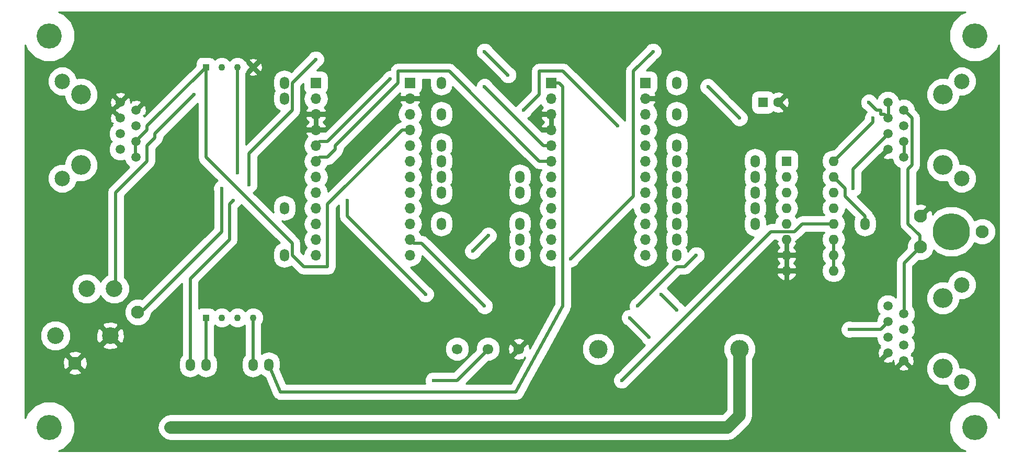
<source format=gbr>
G04 #@! TF.FileFunction,Copper,L1,Top,Signal*
%FSLAX46Y46*%
G04 Gerber Fmt 4.6, Leading zero omitted, Abs format (unit mm)*
G04 Created by KiCad (PCBNEW 4.0.6) date 10/01/17 20:02:49*
%MOMM*%
%LPD*%
G01*
G04 APERTURE LIST*
%ADD10C,0.100000*%
%ADD11C,3.000000*%
%ADD12C,4.064000*%
%ADD13C,1.500000*%
%ADD14C,3.200000*%
%ADD15C,2.500000*%
%ADD16R,1.600000X1.600000*%
%ADD17O,1.600000X1.600000*%
%ADD18R,1.100000X1.100000*%
%ADD19C,1.100000*%
%ADD20R,1.700000X1.700000*%
%ADD21O,1.700000X1.700000*%
%ADD22O,1.524000X2.000000*%
%ADD23C,2.100000*%
%ADD24C,6.000000*%
%ADD25C,1.600000*%
%ADD26C,2.700000*%
%ADD27C,1.700000*%
%ADD28C,0.600000*%
%ADD29C,0.500000*%
%ADD30C,2.000000*%
%ADD31C,0.254000*%
G04 APERTURE END LIST*
D10*
D11*
X175240000Y-109220000D03*
X198140000Y-109220000D03*
D12*
X86360000Y-58420000D03*
X86360000Y-121920000D03*
X236220000Y-121920000D03*
D13*
X97880000Y-76835000D03*
X100420000Y-78105000D03*
X100420000Y-75565000D03*
X97880000Y-74295000D03*
X100420000Y-73025000D03*
X97880000Y-71755000D03*
X97880000Y-69215000D03*
X100420000Y-70485000D03*
D14*
X91530000Y-67945000D03*
X91530000Y-79375000D03*
D15*
X88480000Y-65785000D03*
X88480000Y-81535000D03*
D16*
X205740000Y-78740000D03*
D17*
X213360000Y-96520000D03*
X205740000Y-81280000D03*
X213360000Y-93980000D03*
X205740000Y-83820000D03*
X213360000Y-91440000D03*
X205740000Y-86360000D03*
X213360000Y-88900000D03*
X205740000Y-88900000D03*
X213360000Y-86360000D03*
X205740000Y-91440000D03*
X213360000Y-83820000D03*
X205740000Y-93980000D03*
X213360000Y-81280000D03*
X205740000Y-96520000D03*
X213360000Y-78740000D03*
D18*
X111760000Y-63500000D03*
D19*
X114300000Y-63500000D03*
X116840000Y-63500000D03*
X119380000Y-63500000D03*
D18*
X111760000Y-104140000D03*
D19*
X114300000Y-104140000D03*
X116840000Y-104140000D03*
X119380000Y-104140000D03*
D13*
X224700000Y-70485000D03*
X222160000Y-69215000D03*
X222160000Y-71755000D03*
X224700000Y-73025000D03*
X222160000Y-74295000D03*
X224700000Y-75565000D03*
X224700000Y-78105000D03*
X222160000Y-76835000D03*
D14*
X231050000Y-79375000D03*
X231050000Y-67945000D03*
D15*
X234100000Y-81535000D03*
X234100000Y-65785000D03*
D20*
X129540000Y-66040000D03*
D21*
X129540000Y-68580000D03*
X129540000Y-71120000D03*
X129540000Y-73660000D03*
X129540000Y-76200000D03*
X129540000Y-78740000D03*
X129540000Y-81280000D03*
X129540000Y-83820000D03*
X129540000Y-86360000D03*
X129540000Y-88900000D03*
X129540000Y-91440000D03*
X129540000Y-93980000D03*
D20*
X167640000Y-66040000D03*
D21*
X167640000Y-68580000D03*
X167640000Y-71120000D03*
X167640000Y-73660000D03*
X167640000Y-76200000D03*
X167640000Y-78740000D03*
X167640000Y-81280000D03*
X167640000Y-83820000D03*
X167640000Y-86360000D03*
X167640000Y-88900000D03*
X167640000Y-91440000D03*
X167640000Y-93980000D03*
D20*
X144780000Y-66040000D03*
D21*
X144780000Y-68580000D03*
X144780000Y-71120000D03*
X144780000Y-73660000D03*
X144780000Y-76200000D03*
X144780000Y-78740000D03*
X144780000Y-81280000D03*
X144780000Y-83820000D03*
X144780000Y-86360000D03*
X144780000Y-88900000D03*
X144780000Y-91440000D03*
X144780000Y-93980000D03*
D20*
X182880000Y-66040000D03*
D21*
X182880000Y-68580000D03*
X182880000Y-71120000D03*
X182880000Y-73660000D03*
X182880000Y-76200000D03*
X182880000Y-78740000D03*
X182880000Y-81280000D03*
X182880000Y-83820000D03*
X182880000Y-86360000D03*
X182880000Y-88900000D03*
X182880000Y-91440000D03*
X182880000Y-93980000D03*
D22*
X149860000Y-83820000D03*
X149860000Y-81280000D03*
X149860000Y-78740000D03*
X149860000Y-76200000D03*
X124460000Y-86360000D03*
X124460000Y-93980000D03*
X149860000Y-88900000D03*
D23*
X227410000Y-87670000D03*
X237410000Y-90170000D03*
X227410000Y-92670000D03*
D24*
X232410000Y-90170000D03*
D22*
X149860000Y-66040000D03*
X149860000Y-71120000D03*
X124460000Y-68580000D03*
X124460000Y-66040000D03*
X187960000Y-83820000D03*
X187960000Y-81280000D03*
X187960000Y-78740000D03*
X187960000Y-76200000D03*
X162560000Y-81280000D03*
X162560000Y-91440000D03*
X162560000Y-93980000D03*
X187960000Y-93980000D03*
X218440000Y-88900000D03*
X200660000Y-81280000D03*
X200660000Y-78740000D03*
D16*
X201930000Y-69215000D03*
D25*
X204430000Y-69215000D03*
D22*
X200660000Y-88900000D03*
X200660000Y-83820000D03*
X187960000Y-88900000D03*
X187960000Y-91440000D03*
X162560000Y-83820000D03*
X162560000Y-88900000D03*
X187960000Y-66040000D03*
D13*
X224700000Y-103505000D03*
X222160000Y-102235000D03*
X222160000Y-104775000D03*
X224700000Y-106045000D03*
X222160000Y-107315000D03*
X224700000Y-108585000D03*
X224700000Y-111125000D03*
X222160000Y-109855000D03*
D14*
X231050000Y-112395000D03*
X231050000Y-100965000D03*
D15*
X234100000Y-114555000D03*
X234100000Y-98805000D03*
D22*
X187960000Y-71120000D03*
X187960000Y-86360000D03*
X200660000Y-86360000D03*
D23*
X90540000Y-111500000D03*
D26*
X92450000Y-99440000D03*
X96260000Y-107060000D03*
X96895000Y-99440000D03*
D23*
X100710000Y-103250000D03*
D26*
X87370000Y-107060000D03*
D12*
X236220000Y-58420000D03*
D22*
X109220000Y-111760000D03*
X111760000Y-111760000D03*
X121920000Y-111760000D03*
X119380000Y-111760000D03*
D27*
X152400000Y-109220000D03*
X157400000Y-109220000D03*
X162400000Y-109220000D03*
D28*
X148590000Y-114300000D03*
X179070000Y-114300000D03*
X198120000Y-71755000D03*
X193040000Y-66675000D03*
X109855000Y-67945000D03*
X114300000Y-83185000D03*
X116840000Y-80645000D03*
X187960000Y-102870000D03*
X185420000Y-100330000D03*
X147320000Y-100330000D03*
X134620000Y-85090000D03*
X154940000Y-93345000D03*
X157480000Y-90805000D03*
X170815000Y-94615000D03*
X184150000Y-60960000D03*
X219075000Y-69215000D03*
X216535000Y-83185000D03*
X191135000Y-93980000D03*
X181610000Y-102235000D03*
X156845000Y-102235000D03*
X156845000Y-66675000D03*
X141605000Y-65405000D03*
X100420000Y-78105000D03*
X106045000Y-121920000D03*
X219710000Y-71755000D03*
X163195000Y-70485000D03*
X178435000Y-73025000D03*
X180340000Y-104140000D03*
X183515000Y-107315000D03*
X215900000Y-106045000D03*
X160655000Y-64770000D03*
X156845000Y-60960000D03*
X129540000Y-62230000D03*
X118745000Y-82550000D03*
X116205000Y-85090000D03*
D29*
X213360000Y-93980000D02*
X213360000Y-96520000D01*
X213360000Y-91440000D02*
X213360000Y-93980000D01*
X157400000Y-109220000D02*
X157480000Y-109220000D01*
X157480000Y-109220000D02*
X152400000Y-114300000D01*
X152400000Y-114300000D02*
X148590000Y-114300000D01*
X179070000Y-114300000D02*
X203200000Y-90170000D01*
X203200000Y-90170000D02*
X207010000Y-90170000D01*
X207010000Y-90170000D02*
X208280000Y-88900000D01*
X208280000Y-88900000D02*
X213360000Y-88900000D01*
X198120000Y-71755000D02*
X193040000Y-66675000D01*
X109855000Y-67945000D02*
X103505000Y-74295000D01*
X103505000Y-74295000D02*
X103505000Y-74930000D01*
X103505000Y-74930000D02*
X102235000Y-76200000D01*
X102235000Y-76200000D02*
X102235000Y-78740000D01*
X102235000Y-78740000D02*
X97155000Y-83820000D01*
X97155000Y-83820000D02*
X97155000Y-99695000D01*
X97155000Y-99695000D02*
X96895000Y-99440000D01*
X100710000Y-103250000D02*
X101600000Y-102870000D01*
X101600000Y-102870000D02*
X114300000Y-90170000D01*
X114300000Y-90170000D02*
X114300000Y-83185000D01*
X116840000Y-80645000D02*
X116840000Y-63500000D01*
X187960000Y-102870000D02*
X185420000Y-100330000D01*
X147320000Y-100330000D02*
X134620000Y-87630000D01*
X134620000Y-87630000D02*
X134620000Y-85090000D01*
X154940000Y-93345000D02*
X157480000Y-90805000D01*
X170815000Y-94615000D02*
X180975000Y-84455000D01*
X180975000Y-84455000D02*
X180975000Y-64135000D01*
X180975000Y-64135000D02*
X184150000Y-60960000D01*
X219075000Y-69215000D02*
X220345000Y-70485000D01*
X220345000Y-70485000D02*
X220980000Y-70485000D01*
X220980000Y-70485000D02*
X220980000Y-71120000D01*
X220980000Y-71120000D02*
X221615000Y-71120000D01*
X221615000Y-71120000D02*
X222250000Y-71755000D01*
X222250000Y-71755000D02*
X222160000Y-71755000D01*
X222160000Y-71755000D02*
X222250000Y-71755000D01*
X222250000Y-71755000D02*
X222250000Y-69215000D01*
X222250000Y-69215000D02*
X222160000Y-69215000D01*
X222160000Y-74295000D02*
X222250000Y-74295000D01*
X222250000Y-74295000D02*
X216535000Y-80010000D01*
X216535000Y-80010000D02*
X216535000Y-83185000D01*
X191135000Y-93980000D02*
X189230000Y-95885000D01*
X189230000Y-95885000D02*
X187960000Y-95885000D01*
X187960000Y-95885000D02*
X181610000Y-102235000D01*
X156845000Y-102235000D02*
X146685000Y-92075000D01*
X146685000Y-92075000D02*
X145415000Y-92075000D01*
X145415000Y-92075000D02*
X144780000Y-91440000D01*
X224700000Y-78105000D02*
X224790000Y-78105000D01*
X224790000Y-78105000D02*
X224790000Y-75565000D01*
X224790000Y-75565000D02*
X224700000Y-75565000D01*
X167640000Y-76200000D02*
X166370000Y-76200000D01*
X166370000Y-76200000D02*
X156845000Y-66675000D01*
X141605000Y-65405000D02*
X131445000Y-75565000D01*
X131445000Y-75565000D02*
X130175000Y-75565000D01*
X130175000Y-75565000D02*
X129540000Y-76200000D01*
X167640000Y-78740000D02*
X165735000Y-78740000D01*
X165735000Y-78740000D02*
X151130000Y-64135000D01*
X151130000Y-64135000D02*
X142875000Y-64135000D01*
X142875000Y-64135000D02*
X142875000Y-66040000D01*
X142875000Y-66040000D02*
X132715000Y-76200000D01*
X132715000Y-76200000D02*
X132715000Y-76835000D01*
X132715000Y-76835000D02*
X131445000Y-78105000D01*
X131445000Y-78105000D02*
X130175000Y-78105000D01*
X130175000Y-78105000D02*
X129540000Y-78740000D01*
X213360000Y-81280000D02*
X215265000Y-83185000D01*
X215265000Y-83185000D02*
X215265000Y-84455000D01*
X215265000Y-84455000D02*
X218440000Y-87630000D01*
X218440000Y-87630000D02*
X218440000Y-88900000D01*
X205740000Y-91440000D02*
X205740000Y-93980000D01*
D30*
X106045000Y-121920000D02*
X106680000Y-121920000D01*
X198140000Y-109220000D02*
X198140000Y-119995000D01*
X196215000Y-121920000D02*
X106680000Y-121920000D01*
X106680000Y-121920000D02*
X106045000Y-121920000D01*
X198140000Y-119995000D02*
X196215000Y-121920000D01*
D29*
X144780000Y-73660000D02*
X143510000Y-73660000D01*
X143510000Y-73660000D02*
X131445000Y-85725000D01*
X131445000Y-85725000D02*
X131445000Y-95885000D01*
X131445000Y-95885000D02*
X127635000Y-95885000D01*
X127635000Y-95885000D02*
X125730000Y-93980000D01*
X125730000Y-93980000D02*
X125730000Y-92075000D01*
X125730000Y-92075000D02*
X111760000Y-78105000D01*
X111760000Y-78105000D02*
X111760000Y-63500000D01*
X111760000Y-63500000D02*
X102235000Y-73025000D01*
X102235000Y-73025000D02*
X102235000Y-73660000D01*
X102235000Y-73660000D02*
X100330000Y-75565000D01*
X100330000Y-75565000D02*
X100420000Y-75565000D01*
X213360000Y-78740000D02*
X219710000Y-72390000D01*
X219710000Y-72390000D02*
X219710000Y-71755000D01*
X163195000Y-70485000D02*
X165735000Y-67945000D01*
X165735000Y-67945000D02*
X165735000Y-64135000D01*
X165735000Y-64135000D02*
X169545000Y-64135000D01*
X169545000Y-64135000D02*
X178435000Y-73025000D01*
X224700000Y-70485000D02*
X224790000Y-70485000D01*
X224790000Y-70485000D02*
X226060000Y-71755000D01*
X226060000Y-71755000D02*
X226060000Y-79375000D01*
X226060000Y-79375000D02*
X225425000Y-80010000D01*
X225425000Y-80010000D02*
X225425000Y-88900000D01*
X225425000Y-88900000D02*
X227330000Y-90805000D01*
X227330000Y-90805000D02*
X227330000Y-92710000D01*
X227330000Y-92710000D02*
X227410000Y-92670000D01*
X227410000Y-92670000D02*
X227330000Y-92710000D01*
X227330000Y-92710000D02*
X224790000Y-95250000D01*
X224790000Y-95250000D02*
X224790000Y-103505000D01*
X224790000Y-103505000D02*
X224700000Y-103505000D01*
X100420000Y-75565000D02*
X100330000Y-75565000D01*
X100330000Y-75565000D02*
X100330000Y-78105000D01*
X100330000Y-78105000D02*
X100420000Y-78105000D01*
X111760000Y-104140000D02*
X111760000Y-111760000D01*
X119380000Y-104140000D02*
X119380000Y-111760000D01*
X180340000Y-104140000D02*
X183515000Y-107315000D01*
X215900000Y-106045000D02*
X220980000Y-106045000D01*
X220980000Y-106045000D02*
X222250000Y-104775000D01*
X222250000Y-104775000D02*
X222160000Y-104775000D01*
X160655000Y-64770000D02*
X156845000Y-60960000D01*
X129540000Y-62230000D02*
X125730000Y-66040000D01*
X125730000Y-66040000D02*
X125730000Y-70485000D01*
X125730000Y-70485000D02*
X118745000Y-77470000D01*
X118745000Y-77470000D02*
X118745000Y-82550000D01*
X116205000Y-85090000D02*
X115570000Y-85725000D01*
X115570000Y-85725000D02*
X115570000Y-91440000D01*
X115570000Y-91440000D02*
X109220000Y-97790000D01*
X109220000Y-97790000D02*
X109220000Y-111760000D01*
X121920000Y-111760000D02*
X123825000Y-116205000D01*
X123825000Y-116205000D02*
X161925000Y-116205000D01*
X161925000Y-116205000D02*
X169545000Y-102235000D01*
X169545000Y-102235000D02*
X169545000Y-66675000D01*
X169545000Y-66675000D02*
X168910000Y-66040000D01*
X168910000Y-66040000D02*
X167640000Y-66040000D01*
D31*
G36*
X233867193Y-54892115D02*
X232696227Y-56061040D01*
X232061723Y-57589094D01*
X232060279Y-59243647D01*
X232692115Y-60772807D01*
X233861040Y-61943773D01*
X235389094Y-62578277D01*
X237043647Y-62579721D01*
X238572807Y-61947885D01*
X239743773Y-60778960D01*
X240098000Y-59925887D01*
X240098000Y-120414536D01*
X239747885Y-119567193D01*
X238578960Y-118396227D01*
X237050906Y-117761723D01*
X235396353Y-117760279D01*
X233867193Y-118392115D01*
X232696227Y-119561040D01*
X232061723Y-121089094D01*
X232060279Y-122743647D01*
X232692115Y-124272807D01*
X233861040Y-125443773D01*
X234714113Y-125798000D01*
X87865464Y-125798000D01*
X88712807Y-125447885D01*
X89883773Y-124278960D01*
X90518277Y-122750906D01*
X90519002Y-121920000D01*
X103918000Y-121920000D01*
X104079908Y-122733968D01*
X104540984Y-123424016D01*
X105231032Y-123885092D01*
X106045000Y-124047000D01*
X196215000Y-124047000D01*
X197028968Y-123885092D01*
X197719016Y-123424016D01*
X199644016Y-121499016D01*
X200105092Y-120808968D01*
X200267000Y-119995000D01*
X200267000Y-112935054D01*
X228322528Y-112935054D01*
X228736814Y-113937703D01*
X229503262Y-114705490D01*
X230505186Y-115121526D01*
X231590054Y-115122472D01*
X231737401Y-115061590D01*
X232083703Y-115899703D01*
X232751780Y-116568947D01*
X233625111Y-116931586D01*
X234570740Y-116932412D01*
X235444703Y-116571297D01*
X236113947Y-115903220D01*
X236476586Y-115029889D01*
X236477412Y-114084260D01*
X236116297Y-113210297D01*
X235448220Y-112541053D01*
X234574889Y-112178414D01*
X233777191Y-112177717D01*
X233777472Y-111854946D01*
X233363186Y-110852297D01*
X232596738Y-110084510D01*
X231594814Y-109668474D01*
X230509946Y-109667528D01*
X229507297Y-110081814D01*
X228739510Y-110848262D01*
X228323474Y-111850186D01*
X228322528Y-112935054D01*
X200267000Y-112935054D01*
X200267000Y-112345236D01*
X223865845Y-112345236D01*
X223928728Y-112651021D01*
X224571420Y-112830012D01*
X225233687Y-112749431D01*
X225471272Y-112651021D01*
X225534155Y-112345236D01*
X224700000Y-111511080D01*
X223865845Y-112345236D01*
X200267000Y-112345236D01*
X200267000Y-110808611D01*
X200365764Y-110710019D01*
X200766543Y-109744835D01*
X200767455Y-108699750D01*
X200368361Y-107733868D01*
X199630019Y-106994236D01*
X198664835Y-106593457D01*
X197619750Y-106592545D01*
X196653868Y-106991639D01*
X195914236Y-107729981D01*
X195513457Y-108695165D01*
X195512545Y-109740250D01*
X195911639Y-110706132D01*
X196013000Y-110807670D01*
X196013000Y-119113968D01*
X195333968Y-119793000D01*
X106045000Y-119793000D01*
X105231032Y-119954908D01*
X104540984Y-120415984D01*
X104079908Y-121106032D01*
X103918000Y-121920000D01*
X90519002Y-121920000D01*
X90519721Y-121096353D01*
X89887885Y-119567193D01*
X88718960Y-118396227D01*
X87190906Y-117761723D01*
X85536353Y-117760279D01*
X84007193Y-118392115D01*
X82836227Y-119561040D01*
X82482000Y-120414113D01*
X82482000Y-112939648D01*
X89486432Y-112939648D01*
X89586961Y-113276202D01*
X90339229Y-113505709D01*
X91122063Y-113429866D01*
X91493039Y-113276202D01*
X91593568Y-112939648D01*
X90540000Y-111886080D01*
X89486432Y-112939648D01*
X82482000Y-112939648D01*
X82482000Y-111299229D01*
X88534291Y-111299229D01*
X88610134Y-112082063D01*
X88763798Y-112453039D01*
X89100352Y-112553568D01*
X90153920Y-111500000D01*
X90926080Y-111500000D01*
X91979648Y-112553568D01*
X92316202Y-112453039D01*
X92545709Y-111700771D01*
X92469866Y-110917937D01*
X92316202Y-110546961D01*
X91979648Y-110446432D01*
X90926080Y-111500000D01*
X90153920Y-111500000D01*
X89100352Y-110446432D01*
X88763798Y-110546961D01*
X88534291Y-111299229D01*
X82482000Y-111299229D01*
X82482000Y-110060352D01*
X89486432Y-110060352D01*
X90540000Y-111113920D01*
X91593568Y-110060352D01*
X91493039Y-109723798D01*
X90740771Y-109494291D01*
X89957937Y-109570134D01*
X89586961Y-109723798D01*
X89486432Y-110060352D01*
X82482000Y-110060352D01*
X82482000Y-107550544D01*
X84892571Y-107550544D01*
X85268877Y-108461275D01*
X85965060Y-109158674D01*
X86875133Y-109536569D01*
X87860544Y-109537429D01*
X88771275Y-109161123D01*
X89215040Y-108718131D01*
X94987950Y-108718131D01*
X95125722Y-109085656D01*
X95987248Y-109365532D01*
X96890299Y-109294411D01*
X97394278Y-109085656D01*
X97532050Y-108718131D01*
X96260000Y-107446080D01*
X94987950Y-108718131D01*
X89215040Y-108718131D01*
X89468674Y-108464940D01*
X89846569Y-107554867D01*
X89847238Y-106787248D01*
X93954468Y-106787248D01*
X94025589Y-107690299D01*
X94234344Y-108194278D01*
X94601869Y-108332050D01*
X95873920Y-107060000D01*
X96646080Y-107060000D01*
X97918131Y-108332050D01*
X98285656Y-108194278D01*
X98565532Y-107332752D01*
X98494411Y-106429701D01*
X98285656Y-105925722D01*
X97918131Y-105787950D01*
X96646080Y-107060000D01*
X95873920Y-107060000D01*
X94601869Y-105787950D01*
X94234344Y-105925722D01*
X93954468Y-106787248D01*
X89847238Y-106787248D01*
X89847429Y-106569456D01*
X89471123Y-105658725D01*
X89214715Y-105401869D01*
X94987950Y-105401869D01*
X96260000Y-106673920D01*
X97532050Y-105401869D01*
X97394278Y-105034344D01*
X96532752Y-104754468D01*
X95629701Y-104825589D01*
X95125722Y-105034344D01*
X94987950Y-105401869D01*
X89214715Y-105401869D01*
X88774940Y-104961326D01*
X87864867Y-104583431D01*
X86879456Y-104582571D01*
X85968725Y-104958877D01*
X85271326Y-105655060D01*
X84893431Y-106565133D01*
X84892571Y-107550544D01*
X82482000Y-107550544D01*
X82482000Y-99930544D01*
X89972571Y-99930544D01*
X90348877Y-100841275D01*
X91045060Y-101538674D01*
X91955133Y-101916569D01*
X92940544Y-101917429D01*
X93851275Y-101541123D01*
X94548674Y-100844940D01*
X94672337Y-100547126D01*
X94793877Y-100841275D01*
X95490060Y-101538674D01*
X96400133Y-101916569D01*
X97385544Y-101917429D01*
X98296275Y-101541123D01*
X98993674Y-100844940D01*
X99371569Y-99934867D01*
X99372429Y-98949456D01*
X98996123Y-98038725D01*
X98532000Y-97573791D01*
X98532000Y-84390372D01*
X103208686Y-79713686D01*
X103507182Y-79266955D01*
X103612000Y-78740000D01*
X103612000Y-76770372D01*
X104478686Y-75903686D01*
X104777182Y-75456955D01*
X104882000Y-74930000D01*
X104882000Y-74865372D01*
X110383000Y-69364372D01*
X110383000Y-78105000D01*
X110487818Y-78631955D01*
X110786314Y-79078686D01*
X113626780Y-81919152D01*
X113492725Y-81974543D01*
X113090953Y-82375614D01*
X112873248Y-82899907D01*
X112872752Y-83467603D01*
X112923000Y-83589212D01*
X112923000Y-89599628D01*
X101359961Y-101162667D01*
X101144932Y-101073379D01*
X100278868Y-101072623D01*
X99478440Y-101403353D01*
X98865505Y-102015218D01*
X98533379Y-102815068D01*
X98532623Y-103681132D01*
X98863353Y-104481560D01*
X99475218Y-105094495D01*
X100275068Y-105426621D01*
X101141132Y-105427377D01*
X101941560Y-105096647D01*
X102554495Y-104484782D01*
X102886621Y-103684932D01*
X102886756Y-103530616D01*
X107843000Y-98574372D01*
X107843000Y-110206378D01*
X107474792Y-110757441D01*
X107331000Y-111480330D01*
X107331000Y-112039670D01*
X107474792Y-112762559D01*
X107884275Y-113375395D01*
X108497111Y-113784878D01*
X109220000Y-113928670D01*
X109942889Y-113784878D01*
X110490000Y-113419311D01*
X111037111Y-113784878D01*
X111760000Y-113928670D01*
X112482889Y-113784878D01*
X113095725Y-113375395D01*
X113505208Y-112762559D01*
X113649000Y-112039670D01*
X113649000Y-111480330D01*
X113505208Y-110757441D01*
X113137000Y-110206378D01*
X113137000Y-105475937D01*
X113188621Y-105400387D01*
X113348816Y-105560862D01*
X113964961Y-105816708D01*
X114632112Y-105817290D01*
X115248703Y-105562520D01*
X115570147Y-105241636D01*
X115888816Y-105560862D01*
X116504961Y-105816708D01*
X117172112Y-105817290D01*
X117788703Y-105562520D01*
X118003000Y-105348597D01*
X118003000Y-110206378D01*
X117634792Y-110757441D01*
X117491000Y-111480330D01*
X117491000Y-112039670D01*
X117634792Y-112762559D01*
X118044275Y-113375395D01*
X118657111Y-113784878D01*
X119380000Y-113928670D01*
X120102889Y-113784878D01*
X120650000Y-113419311D01*
X121197111Y-113784878D01*
X121298299Y-113805006D01*
X122559337Y-116747427D01*
X122706647Y-116962177D01*
X122851314Y-117178686D01*
X122858422Y-117183436D01*
X122863258Y-117190485D01*
X123081513Y-117332500D01*
X123298045Y-117477182D01*
X123306430Y-117478850D01*
X123313595Y-117483512D01*
X123569600Y-117531198D01*
X123825000Y-117582000D01*
X161925000Y-117582000D01*
X162117782Y-117543653D01*
X162313543Y-117526046D01*
X162379230Y-117491648D01*
X162451955Y-117477182D01*
X162615384Y-117367982D01*
X162789509Y-117276799D01*
X162837033Y-117219881D01*
X162898686Y-117178686D01*
X163007887Y-117015255D01*
X163133862Y-116864379D01*
X164378466Y-114582603D01*
X177642752Y-114582603D01*
X177859543Y-115107275D01*
X178260614Y-115509047D01*
X178784907Y-115726752D01*
X179352603Y-115727248D01*
X179877275Y-115510457D01*
X180279047Y-115109386D01*
X180329507Y-114987865D01*
X198260968Y-97056404D01*
X204098416Y-97056404D01*
X204199916Y-97301491D01*
X204616211Y-97831368D01*
X205203593Y-98161602D01*
X205467000Y-97993554D01*
X205467000Y-96793000D01*
X206013000Y-96793000D01*
X206013000Y-97993554D01*
X206276407Y-98161602D01*
X206863789Y-97831368D01*
X207280084Y-97301491D01*
X207381584Y-97056404D01*
X207210117Y-96793000D01*
X206013000Y-96793000D01*
X205467000Y-96793000D01*
X204269883Y-96793000D01*
X204098416Y-97056404D01*
X198260968Y-97056404D01*
X200800968Y-94516404D01*
X204098416Y-94516404D01*
X204199916Y-94761491D01*
X204583710Y-95250000D01*
X204199916Y-95738509D01*
X204098416Y-95983596D01*
X204269883Y-96247000D01*
X205467000Y-96247000D01*
X205467000Y-94253000D01*
X206013000Y-94253000D01*
X206013000Y-96247000D01*
X207210117Y-96247000D01*
X207381584Y-95983596D01*
X207280084Y-95738509D01*
X206896290Y-95250000D01*
X207280084Y-94761491D01*
X207381584Y-94516404D01*
X207210117Y-94253000D01*
X206013000Y-94253000D01*
X205467000Y-94253000D01*
X204269883Y-94253000D01*
X204098416Y-94516404D01*
X200800968Y-94516404D01*
X203770372Y-91547000D01*
X204013000Y-91547000D01*
X204013000Y-91713002D01*
X204269882Y-91713002D01*
X204098416Y-91976404D01*
X204199916Y-92221491D01*
X204583710Y-92710000D01*
X204199916Y-93198509D01*
X204098416Y-93443596D01*
X204269883Y-93707000D01*
X205467000Y-93707000D01*
X205467000Y-91713000D01*
X205447000Y-91713000D01*
X205447000Y-91547000D01*
X206033000Y-91547000D01*
X206033000Y-91713000D01*
X206013000Y-91713000D01*
X206013000Y-93707000D01*
X207210117Y-93707000D01*
X207381584Y-93443596D01*
X207280084Y-93198509D01*
X206896290Y-92710000D01*
X207280084Y-92221491D01*
X207381584Y-91976404D01*
X207210118Y-91713002D01*
X207467000Y-91713002D01*
X207467000Y-91456097D01*
X207536955Y-91442182D01*
X207983686Y-91143686D01*
X208850372Y-90277000D01*
X211826288Y-90277000D01*
X211541932Y-90702569D01*
X211395248Y-91440000D01*
X211541932Y-92177431D01*
X211897783Y-92710000D01*
X211541932Y-93242569D01*
X211395248Y-93980000D01*
X211541932Y-94717431D01*
X211897783Y-95250000D01*
X211541932Y-95782569D01*
X211395248Y-96520000D01*
X211541932Y-97257431D01*
X211959653Y-97882595D01*
X212584817Y-98300316D01*
X213322248Y-98447000D01*
X213397752Y-98447000D01*
X214135183Y-98300316D01*
X214760347Y-97882595D01*
X215178068Y-97257431D01*
X215324752Y-96520000D01*
X215178068Y-95782569D01*
X214822217Y-95250000D01*
X215178068Y-94717431D01*
X215324752Y-93980000D01*
X215178068Y-93242569D01*
X214822217Y-92710000D01*
X215178068Y-92177431D01*
X215324752Y-91440000D01*
X215178068Y-90702569D01*
X214822217Y-90170000D01*
X215178068Y-89637431D01*
X215324752Y-88900000D01*
X215178068Y-88162569D01*
X214822217Y-87630000D01*
X215178068Y-87097431D01*
X215307809Y-86445181D01*
X216720938Y-87858310D01*
X216694792Y-87897441D01*
X216551000Y-88620330D01*
X216551000Y-89179670D01*
X216694792Y-89902559D01*
X217104275Y-90515395D01*
X217717111Y-90924878D01*
X218440000Y-91068670D01*
X219162889Y-90924878D01*
X219775725Y-90515395D01*
X220185208Y-89902559D01*
X220329000Y-89179670D01*
X220329000Y-88620330D01*
X220185208Y-87897441D01*
X219775725Y-87284605D01*
X219744092Y-87263469D01*
X219712182Y-87103045D01*
X219413686Y-86656314D01*
X217208220Y-84450848D01*
X217342275Y-84395457D01*
X217744047Y-83994386D01*
X217961752Y-83470093D01*
X217962248Y-82902397D01*
X217912000Y-82780788D01*
X217912000Y-80580372D01*
X220843096Y-77649276D01*
X220939764Y-77669155D01*
X221773920Y-76835000D01*
X221759778Y-76820858D01*
X222145858Y-76434778D01*
X222160000Y-76448920D01*
X222174143Y-76434778D01*
X222560223Y-76820858D01*
X222546080Y-76835000D01*
X222560223Y-76849142D01*
X222174143Y-77235223D01*
X222160000Y-77221080D01*
X221325845Y-78055236D01*
X221388728Y-78361021D01*
X222031420Y-78540012D01*
X222693687Y-78459431D01*
X222822737Y-78405977D01*
X222822675Y-78476720D01*
X223107829Y-79166846D01*
X223635376Y-79695316D01*
X224074338Y-79877589D01*
X224048000Y-80010000D01*
X224048000Y-88900000D01*
X224152818Y-89426955D01*
X224451314Y-89873686D01*
X225789371Y-91211743D01*
X225565505Y-91435218D01*
X225233379Y-92235068D01*
X225232834Y-92859794D01*
X223816314Y-94276314D01*
X223517818Y-94723045D01*
X223413000Y-95250000D01*
X223413000Y-100833390D01*
X223224624Y-100644684D01*
X222534996Y-100358326D01*
X221788280Y-100357675D01*
X221098154Y-100642829D01*
X220569684Y-101170376D01*
X220283326Y-101860004D01*
X220282675Y-102606720D01*
X220567829Y-103296846D01*
X220775520Y-103504900D01*
X220569684Y-103710376D01*
X220283326Y-104400004D01*
X220283092Y-104668000D01*
X216304909Y-104668000D01*
X216185093Y-104618248D01*
X215617397Y-104617752D01*
X215092725Y-104834543D01*
X214690953Y-105235614D01*
X214473248Y-105759907D01*
X214472752Y-106327603D01*
X214689543Y-106852275D01*
X215090614Y-107254047D01*
X215614907Y-107471752D01*
X216182603Y-107472248D01*
X216304212Y-107422000D01*
X220282906Y-107422000D01*
X220282675Y-107686720D01*
X220567829Y-108376846D01*
X220895414Y-108705005D01*
X220759668Y-108840751D01*
X220939762Y-109020845D01*
X220633979Y-109083728D01*
X220454988Y-109726420D01*
X220535569Y-110388687D01*
X220633979Y-110626272D01*
X220939764Y-110689155D01*
X221773920Y-109855000D01*
X221759777Y-109840858D01*
X222145858Y-109454777D01*
X222160000Y-109468920D01*
X222174143Y-109454778D01*
X222560223Y-109840858D01*
X222546080Y-109855000D01*
X222560223Y-109869143D01*
X222174142Y-110255223D01*
X222160000Y-110241080D01*
X221325845Y-111075236D01*
X221388728Y-111381021D01*
X222031420Y-111560012D01*
X222693687Y-111479431D01*
X222931272Y-111381021D01*
X222994155Y-111075238D01*
X223006022Y-111087105D01*
X223075569Y-111658687D01*
X223173979Y-111896272D01*
X223479764Y-111959155D01*
X224313920Y-111125000D01*
X224299778Y-111110858D01*
X224685858Y-110724777D01*
X224700000Y-110738920D01*
X224714143Y-110724778D01*
X225100223Y-111110858D01*
X225086080Y-111125000D01*
X225920236Y-111959155D01*
X226226021Y-111896272D01*
X226405012Y-111253580D01*
X226324431Y-110591313D01*
X226226021Y-110353728D01*
X225920238Y-110290845D01*
X226100332Y-110110751D01*
X225964476Y-109974895D01*
X226290316Y-109649624D01*
X226576674Y-108959996D01*
X226577325Y-108213280D01*
X226292171Y-107523154D01*
X226084480Y-107315100D01*
X226290316Y-107109624D01*
X226576674Y-106419996D01*
X226577325Y-105673280D01*
X226292171Y-104983154D01*
X226084480Y-104775100D01*
X226290316Y-104569624D01*
X226576674Y-103879996D01*
X226577325Y-103133280D01*
X226292171Y-102443154D01*
X226167000Y-102317764D01*
X226167000Y-101505054D01*
X228322528Y-101505054D01*
X228736814Y-102507703D01*
X229503262Y-103275490D01*
X230505186Y-103691526D01*
X231590054Y-103692472D01*
X232592703Y-103278186D01*
X233360490Y-102511738D01*
X233776526Y-101509814D01*
X233776812Y-101181719D01*
X234570740Y-101182412D01*
X235444703Y-100821297D01*
X236113947Y-100153220D01*
X236476586Y-99279889D01*
X236477412Y-98334260D01*
X236116297Y-97460297D01*
X235448220Y-96791053D01*
X234574889Y-96428414D01*
X233629260Y-96427588D01*
X232755297Y-96788703D01*
X232086053Y-97456780D01*
X231736957Y-98297497D01*
X231594814Y-98238474D01*
X230509946Y-98237528D01*
X229507297Y-98651814D01*
X228739510Y-99418262D01*
X228323474Y-100420186D01*
X228322528Y-101505054D01*
X226167000Y-101505054D01*
X226167000Y-95820372D01*
X227140606Y-94846766D01*
X227841132Y-94847377D01*
X228641560Y-94516647D01*
X229254495Y-93904782D01*
X229563654Y-93160242D01*
X230069190Y-93666660D01*
X231585487Y-94296282D01*
X233227310Y-94297715D01*
X234744704Y-93670741D01*
X235906660Y-92510810D01*
X236131100Y-91970300D01*
X236175218Y-92014495D01*
X236975068Y-92346621D01*
X237841132Y-92347377D01*
X238641560Y-92016647D01*
X239254495Y-91404782D01*
X239586621Y-90604932D01*
X239587377Y-89738868D01*
X239256647Y-88938440D01*
X238644782Y-88325505D01*
X237844932Y-87993379D01*
X236978868Y-87992623D01*
X236178440Y-88323353D01*
X236131686Y-88370025D01*
X235910741Y-87835296D01*
X234750810Y-86673340D01*
X233234513Y-86043718D01*
X231592690Y-86042285D01*
X230075296Y-86669259D01*
X229367734Y-87375588D01*
X229339866Y-87087937D01*
X229186202Y-86716961D01*
X228849648Y-86616432D01*
X227796080Y-87670000D01*
X227810223Y-87684143D01*
X227424143Y-88070223D01*
X227410000Y-88056080D01*
X227395858Y-88070223D01*
X227009778Y-87684143D01*
X227023920Y-87670000D01*
X227009778Y-87655858D01*
X227395858Y-87269778D01*
X227410000Y-87283920D01*
X228463568Y-86230352D01*
X228363039Y-85893798D01*
X227610771Y-85664291D01*
X226827937Y-85740134D01*
X226802000Y-85750878D01*
X226802000Y-80580372D01*
X227033686Y-80348686D01*
X227323429Y-79915054D01*
X228322528Y-79915054D01*
X228736814Y-80917703D01*
X229503262Y-81685490D01*
X230505186Y-82101526D01*
X231590054Y-82102472D01*
X231737401Y-82041590D01*
X232083703Y-82879703D01*
X232751780Y-83548947D01*
X233625111Y-83911586D01*
X234570740Y-83912412D01*
X235444703Y-83551297D01*
X236113947Y-82883220D01*
X236476586Y-82009889D01*
X236477412Y-81064260D01*
X236116297Y-80190297D01*
X235448220Y-79521053D01*
X234574889Y-79158414D01*
X233777191Y-79157717D01*
X233777472Y-78834946D01*
X233363186Y-77832297D01*
X232596738Y-77064510D01*
X231594814Y-76648474D01*
X230509946Y-76647528D01*
X229507297Y-77061814D01*
X228739510Y-77828262D01*
X228323474Y-78830186D01*
X228322528Y-79915054D01*
X227323429Y-79915054D01*
X227332182Y-79901955D01*
X227437000Y-79375000D01*
X227437000Y-71755000D01*
X227332182Y-71228045D01*
X227033686Y-70781314D01*
X226577141Y-70324769D01*
X226577325Y-70113280D01*
X226292171Y-69423154D01*
X225764624Y-68894684D01*
X225074996Y-68608326D01*
X224328280Y-68607675D01*
X223996602Y-68744722D01*
X223889310Y-68485054D01*
X228322528Y-68485054D01*
X228736814Y-69487703D01*
X229503262Y-70255490D01*
X230505186Y-70671526D01*
X231590054Y-70672472D01*
X232592703Y-70258186D01*
X233360490Y-69491738D01*
X233776526Y-68489814D01*
X233776812Y-68161719D01*
X234570740Y-68162412D01*
X235444703Y-67801297D01*
X236113947Y-67133220D01*
X236476586Y-66259889D01*
X236477412Y-65314260D01*
X236116297Y-64440297D01*
X235448220Y-63771053D01*
X234574889Y-63408414D01*
X233629260Y-63407588D01*
X232755297Y-63768703D01*
X232086053Y-64436780D01*
X231736957Y-65277497D01*
X231594814Y-65218474D01*
X230509946Y-65217528D01*
X229507297Y-65631814D01*
X228739510Y-66398262D01*
X228323474Y-67400186D01*
X228322528Y-68485054D01*
X223889310Y-68485054D01*
X223752171Y-68153154D01*
X223224624Y-67624684D01*
X222534996Y-67338326D01*
X221788280Y-67337675D01*
X221098154Y-67622829D01*
X220569684Y-68150376D01*
X220390140Y-68582768D01*
X220335000Y-68527628D01*
X220285457Y-68407725D01*
X219884386Y-68005953D01*
X219360093Y-67788248D01*
X218792397Y-67787752D01*
X218267725Y-68004543D01*
X217865953Y-68405614D01*
X217648248Y-68929907D01*
X217647752Y-69497603D01*
X217864543Y-70022275D01*
X218265614Y-70424047D01*
X218387135Y-70474507D01*
X218679753Y-70767125D01*
X218500953Y-70945614D01*
X218283248Y-71469907D01*
X218282899Y-71869729D01*
X213339628Y-76813000D01*
X213322248Y-76813000D01*
X212584817Y-76959684D01*
X211959653Y-77377405D01*
X211541932Y-78002569D01*
X211395248Y-78740000D01*
X211541932Y-79477431D01*
X211897783Y-80010000D01*
X211541932Y-80542569D01*
X211395248Y-81280000D01*
X211541932Y-82017431D01*
X211897783Y-82550000D01*
X211541932Y-83082569D01*
X211395248Y-83820000D01*
X211541932Y-84557431D01*
X211897783Y-85090000D01*
X211541932Y-85622569D01*
X211395248Y-86360000D01*
X211541932Y-87097431D01*
X211826288Y-87523000D01*
X208280000Y-87523000D01*
X207753045Y-87627818D01*
X207371227Y-87882941D01*
X207202217Y-87630000D01*
X207558068Y-87097431D01*
X207704752Y-86360000D01*
X207558068Y-85622569D01*
X207202217Y-85090000D01*
X207558068Y-84557431D01*
X207704752Y-83820000D01*
X207558068Y-83082569D01*
X207202217Y-82550000D01*
X207558068Y-82017431D01*
X207704752Y-81280000D01*
X207558068Y-80542569D01*
X207390418Y-80291663D01*
X207598548Y-79987056D01*
X207689079Y-79540000D01*
X207689079Y-77940000D01*
X207610494Y-77522359D01*
X207363669Y-77138781D01*
X206987056Y-76881452D01*
X206540000Y-76790921D01*
X204940000Y-76790921D01*
X204522359Y-76869506D01*
X204138781Y-77116331D01*
X203881452Y-77492944D01*
X203790921Y-77940000D01*
X203790921Y-79540000D01*
X203869506Y-79957641D01*
X204086964Y-80295581D01*
X203921932Y-80542569D01*
X203775248Y-81280000D01*
X203921932Y-82017431D01*
X204277783Y-82550000D01*
X203921932Y-83082569D01*
X203775248Y-83820000D01*
X203921932Y-84557431D01*
X204277783Y-85090000D01*
X203921932Y-85622569D01*
X203775248Y-86360000D01*
X203921932Y-87097431D01*
X204277783Y-87630000D01*
X203921932Y-88162569D01*
X203796532Y-88793000D01*
X203200000Y-88793000D01*
X202673045Y-88897818D01*
X202549000Y-88980702D01*
X202549000Y-88620330D01*
X202405208Y-87897441D01*
X202226510Y-87630000D01*
X202405208Y-87362559D01*
X202549000Y-86639670D01*
X202549000Y-86080330D01*
X202405208Y-85357441D01*
X202226510Y-85090000D01*
X202405208Y-84822559D01*
X202549000Y-84099670D01*
X202549000Y-83540330D01*
X202405208Y-82817441D01*
X202226510Y-82550000D01*
X202405208Y-82282559D01*
X202549000Y-81559670D01*
X202549000Y-81000330D01*
X202405208Y-80277441D01*
X202226510Y-80010000D01*
X202405208Y-79742559D01*
X202549000Y-79019670D01*
X202549000Y-78460330D01*
X202405208Y-77737441D01*
X201995725Y-77124605D01*
X201382889Y-76715122D01*
X200660000Y-76571330D01*
X199937111Y-76715122D01*
X199324275Y-77124605D01*
X198914792Y-77737441D01*
X198771000Y-78460330D01*
X198771000Y-79019670D01*
X198914792Y-79742559D01*
X199093490Y-80010000D01*
X198914792Y-80277441D01*
X198771000Y-81000330D01*
X198771000Y-81559670D01*
X198914792Y-82282559D01*
X199093490Y-82550000D01*
X198914792Y-82817441D01*
X198771000Y-83540330D01*
X198771000Y-84099670D01*
X198914792Y-84822559D01*
X199093490Y-85090000D01*
X198914792Y-85357441D01*
X198771000Y-86080330D01*
X198771000Y-86639670D01*
X198914792Y-87362559D01*
X199093490Y-87630000D01*
X198914792Y-87897441D01*
X198771000Y-88620330D01*
X198771000Y-89179670D01*
X198914792Y-89902559D01*
X199324275Y-90515395D01*
X199937111Y-90924878D01*
X200404734Y-91017894D01*
X189225848Y-102196780D01*
X189170457Y-102062725D01*
X188769386Y-101660953D01*
X188647865Y-101610493D01*
X186680000Y-99642628D01*
X186630457Y-99522725D01*
X186450210Y-99342162D01*
X188530372Y-97262000D01*
X189230000Y-97262000D01*
X189756955Y-97157182D01*
X190203686Y-96858686D01*
X191822372Y-95240000D01*
X191942275Y-95190457D01*
X192344047Y-94789386D01*
X192561752Y-94265093D01*
X192562248Y-93697397D01*
X192345457Y-93172725D01*
X191944386Y-92770953D01*
X191420093Y-92553248D01*
X190852397Y-92552752D01*
X190327725Y-92769543D01*
X189925953Y-93170614D01*
X189875493Y-93292135D01*
X189785671Y-93381957D01*
X189705208Y-92977441D01*
X189526510Y-92710000D01*
X189705208Y-92442559D01*
X189849000Y-91719670D01*
X189849000Y-91160330D01*
X189705208Y-90437441D01*
X189526510Y-90170000D01*
X189705208Y-89902559D01*
X189849000Y-89179670D01*
X189849000Y-88620330D01*
X189705208Y-87897441D01*
X189526510Y-87630000D01*
X189705208Y-87362559D01*
X189849000Y-86639670D01*
X189849000Y-86080330D01*
X189705208Y-85357441D01*
X189526510Y-85090000D01*
X189705208Y-84822559D01*
X189849000Y-84099670D01*
X189849000Y-83540330D01*
X189705208Y-82817441D01*
X189526510Y-82550000D01*
X189705208Y-82282559D01*
X189849000Y-81559670D01*
X189849000Y-81000330D01*
X189705208Y-80277441D01*
X189526510Y-80010000D01*
X189705208Y-79742559D01*
X189849000Y-79019670D01*
X189849000Y-78460330D01*
X189705208Y-77737441D01*
X189526510Y-77470000D01*
X189705208Y-77202559D01*
X189849000Y-76479670D01*
X189849000Y-75920330D01*
X189705208Y-75197441D01*
X189295725Y-74584605D01*
X188682889Y-74175122D01*
X187960000Y-74031330D01*
X187237111Y-74175122D01*
X186624275Y-74584605D01*
X186214792Y-75197441D01*
X186071000Y-75920330D01*
X186071000Y-76479670D01*
X186214792Y-77202559D01*
X186393490Y-77470000D01*
X186214792Y-77737441D01*
X186071000Y-78460330D01*
X186071000Y-79019670D01*
X186214792Y-79742559D01*
X186393490Y-80010000D01*
X186214792Y-80277441D01*
X186071000Y-81000330D01*
X186071000Y-81559670D01*
X186214792Y-82282559D01*
X186393490Y-82550000D01*
X186214792Y-82817441D01*
X186071000Y-83540330D01*
X186071000Y-84099670D01*
X186214792Y-84822559D01*
X186393490Y-85090000D01*
X186214792Y-85357441D01*
X186071000Y-86080330D01*
X186071000Y-86639670D01*
X186214792Y-87362559D01*
X186393490Y-87630000D01*
X186214792Y-87897441D01*
X186071000Y-88620330D01*
X186071000Y-89179670D01*
X186214792Y-89902559D01*
X186393490Y-90170000D01*
X186214792Y-90437441D01*
X186071000Y-91160330D01*
X186071000Y-91719670D01*
X186214792Y-92442559D01*
X186393490Y-92710000D01*
X186214792Y-92977441D01*
X186071000Y-93700330D01*
X186071000Y-94259670D01*
X186214792Y-94982559D01*
X186495283Y-95402345D01*
X180922628Y-100975000D01*
X180802725Y-101024543D01*
X180400953Y-101425614D01*
X180183248Y-101949907D01*
X180182752Y-102517603D01*
X180263461Y-102712932D01*
X180057397Y-102712752D01*
X179532725Y-102929543D01*
X179130953Y-103330614D01*
X178913248Y-103854907D01*
X178912752Y-104422603D01*
X179129543Y-104947275D01*
X179530614Y-105349047D01*
X179652135Y-105399507D01*
X182255000Y-108002372D01*
X182304543Y-108122275D01*
X182705614Y-108524047D01*
X182841964Y-108580664D01*
X178382628Y-113040000D01*
X178262725Y-113089543D01*
X177860953Y-113490614D01*
X177643248Y-114014907D01*
X177642752Y-114582603D01*
X164378466Y-114582603D01*
X167019750Y-109740250D01*
X172612545Y-109740250D01*
X173011639Y-110706132D01*
X173749981Y-111445764D01*
X174715165Y-111846543D01*
X175760250Y-111847455D01*
X176726132Y-111448361D01*
X177465764Y-110710019D01*
X177866543Y-109744835D01*
X177867455Y-108699750D01*
X177468361Y-107733868D01*
X176730019Y-106994236D01*
X175764835Y-106593457D01*
X174719750Y-106592545D01*
X173753868Y-106991639D01*
X173014236Y-107729981D01*
X172613457Y-108695165D01*
X172612545Y-109740250D01*
X167019750Y-109740250D01*
X170753862Y-102894380D01*
X170775987Y-102823608D01*
X170817182Y-102761955D01*
X170855528Y-102569175D01*
X170914176Y-102381576D01*
X170907534Y-102307726D01*
X170922000Y-102235000D01*
X170922000Y-96042095D01*
X171097603Y-96042248D01*
X171622275Y-95825457D01*
X172024047Y-95424386D01*
X172074507Y-95302865D01*
X180889670Y-86487702D01*
X181014758Y-87116565D01*
X181357824Y-87630000D01*
X181014758Y-88143435D01*
X180864268Y-88900000D01*
X181014758Y-89656565D01*
X181357824Y-90170000D01*
X181014758Y-90683435D01*
X180864268Y-91440000D01*
X181014758Y-92196565D01*
X181357824Y-92710000D01*
X181014758Y-93223435D01*
X180864268Y-93980000D01*
X181014758Y-94736565D01*
X181443318Y-95377950D01*
X182084703Y-95806510D01*
X182841268Y-95957000D01*
X182918732Y-95957000D01*
X183675297Y-95806510D01*
X184316682Y-95377950D01*
X184745242Y-94736565D01*
X184895732Y-93980000D01*
X184745242Y-93223435D01*
X184402176Y-92710000D01*
X184745242Y-92196565D01*
X184895732Y-91440000D01*
X184745242Y-90683435D01*
X184402176Y-90170000D01*
X184745242Y-89656565D01*
X184895732Y-88900000D01*
X184745242Y-88143435D01*
X184402176Y-87630000D01*
X184745242Y-87116565D01*
X184895732Y-86360000D01*
X184745242Y-85603435D01*
X184402176Y-85090000D01*
X184745242Y-84576565D01*
X184895732Y-83820000D01*
X184745242Y-83063435D01*
X184402176Y-82550000D01*
X184745242Y-82036565D01*
X184895732Y-81280000D01*
X184745242Y-80523435D01*
X184402176Y-80010000D01*
X184745242Y-79496565D01*
X184895732Y-78740000D01*
X184745242Y-77983435D01*
X184402176Y-77470000D01*
X184745242Y-76956565D01*
X184895732Y-76200000D01*
X184745242Y-75443435D01*
X184402176Y-74930000D01*
X184745242Y-74416565D01*
X184895732Y-73660000D01*
X184745242Y-72903435D01*
X184402176Y-72390000D01*
X184745242Y-71876565D01*
X184895732Y-71120000D01*
X184840103Y-70840330D01*
X186071000Y-70840330D01*
X186071000Y-71399670D01*
X186214792Y-72122559D01*
X186624275Y-72735395D01*
X187237111Y-73144878D01*
X187960000Y-73288670D01*
X188682889Y-73144878D01*
X189295725Y-72735395D01*
X189705208Y-72122559D01*
X189849000Y-71399670D01*
X189849000Y-70840330D01*
X189705208Y-70117441D01*
X189295725Y-69504605D01*
X188682889Y-69095122D01*
X187960000Y-68951330D01*
X187237111Y-69095122D01*
X186624275Y-69504605D01*
X186214792Y-70117441D01*
X186071000Y-70840330D01*
X184840103Y-70840330D01*
X184745242Y-70363435D01*
X184316682Y-69722050D01*
X184239576Y-69670529D01*
X184461036Y-69391243D01*
X184571579Y-69124323D01*
X184400943Y-68853000D01*
X183153000Y-68853000D01*
X183153000Y-68873000D01*
X182607000Y-68873000D01*
X182607000Y-68853000D01*
X182587000Y-68853000D01*
X182587000Y-68307000D01*
X182607000Y-68307000D01*
X182607000Y-68287000D01*
X183153000Y-68287000D01*
X183153000Y-68307000D01*
X184400943Y-68307000D01*
X184571579Y-68035677D01*
X184461036Y-67768757D01*
X184455824Y-67762184D01*
X184531219Y-67713669D01*
X184788548Y-67337056D01*
X184879079Y-66890000D01*
X184879079Y-65760330D01*
X186071000Y-65760330D01*
X186071000Y-66319670D01*
X186214792Y-67042559D01*
X186624275Y-67655395D01*
X187237111Y-68064878D01*
X187960000Y-68208670D01*
X188682889Y-68064878D01*
X189295725Y-67655395D01*
X189705208Y-67042559D01*
X189722106Y-66957603D01*
X191612752Y-66957603D01*
X191829543Y-67482275D01*
X192230614Y-67884047D01*
X192352135Y-67934507D01*
X196860000Y-72442372D01*
X196909543Y-72562275D01*
X197310614Y-72964047D01*
X197834907Y-73181752D01*
X198402603Y-73182248D01*
X198927275Y-72965457D01*
X199329047Y-72564386D01*
X199546752Y-72040093D01*
X199547248Y-71472397D01*
X199330457Y-70947725D01*
X198929386Y-70545953D01*
X198807865Y-70495493D01*
X196727372Y-68415000D01*
X199980921Y-68415000D01*
X199980921Y-70015000D01*
X200059506Y-70432641D01*
X200306331Y-70816219D01*
X200682944Y-71073548D01*
X201130000Y-71164079D01*
X202730000Y-71164079D01*
X203147641Y-71085494D01*
X203531219Y-70838669D01*
X203613892Y-70717673D01*
X203628384Y-70782784D01*
X204289368Y-70970209D01*
X204971763Y-70890420D01*
X205231616Y-70782784D01*
X205300813Y-70471894D01*
X204430000Y-69601080D01*
X204415858Y-69615223D01*
X204029778Y-69229143D01*
X204043920Y-69215000D01*
X204816080Y-69215000D01*
X205686894Y-70085813D01*
X205997784Y-70016616D01*
X206185209Y-69355632D01*
X206105420Y-68673237D01*
X205997784Y-68413384D01*
X205686894Y-68344187D01*
X204816080Y-69215000D01*
X204043920Y-69215000D01*
X204029778Y-69200858D01*
X204415858Y-68814778D01*
X204430000Y-68828920D01*
X205300813Y-67958106D01*
X205231616Y-67647216D01*
X204570632Y-67459791D01*
X203888237Y-67539580D01*
X203628384Y-67647216D01*
X203614712Y-67708644D01*
X203553669Y-67613781D01*
X203177056Y-67356452D01*
X202730000Y-67265921D01*
X201130000Y-67265921D01*
X200712359Y-67344506D01*
X200328781Y-67591331D01*
X200071452Y-67967944D01*
X199980921Y-68415000D01*
X196727372Y-68415000D01*
X194300000Y-65987628D01*
X194250457Y-65867725D01*
X193849386Y-65465953D01*
X193325093Y-65248248D01*
X192757397Y-65247752D01*
X192232725Y-65464543D01*
X191830953Y-65865614D01*
X191613248Y-66389907D01*
X191612752Y-66957603D01*
X189722106Y-66957603D01*
X189849000Y-66319670D01*
X189849000Y-65760330D01*
X189705208Y-65037441D01*
X189295725Y-64424605D01*
X188682889Y-64015122D01*
X187960000Y-63871330D01*
X187237111Y-64015122D01*
X186624275Y-64424605D01*
X186214792Y-65037441D01*
X186071000Y-65760330D01*
X184879079Y-65760330D01*
X184879079Y-65190000D01*
X184800494Y-64772359D01*
X184553669Y-64388781D01*
X184177056Y-64131452D01*
X183730000Y-64040921D01*
X183016451Y-64040921D01*
X184837372Y-62220000D01*
X184957275Y-62170457D01*
X185359047Y-61769386D01*
X185576752Y-61245093D01*
X185577248Y-60677397D01*
X185360457Y-60152725D01*
X184959386Y-59750953D01*
X184435093Y-59533248D01*
X183867397Y-59532752D01*
X183342725Y-59749543D01*
X182940953Y-60150614D01*
X182890493Y-60272135D01*
X180001314Y-63161314D01*
X179702818Y-63608045D01*
X179598000Y-64135000D01*
X179598000Y-72170185D01*
X179244386Y-71815953D01*
X179122865Y-71765493D01*
X170518686Y-63161314D01*
X170071955Y-62862818D01*
X169545000Y-62758000D01*
X165735000Y-62758000D01*
X165208045Y-62862818D01*
X164761314Y-63161314D01*
X164462818Y-63608045D01*
X164358000Y-64135000D01*
X164358000Y-67374628D01*
X162507628Y-69225000D01*
X162387725Y-69274543D01*
X161985953Y-69675614D01*
X161929336Y-69811964D01*
X158105000Y-65987628D01*
X158055457Y-65867725D01*
X157654386Y-65465953D01*
X157130093Y-65248248D01*
X156562397Y-65247752D01*
X156037725Y-65464543D01*
X155635953Y-65865614D01*
X155418248Y-66389907D01*
X155418173Y-66475801D01*
X152103686Y-63161314D01*
X151656955Y-62862818D01*
X151130000Y-62758000D01*
X142875000Y-62758000D01*
X142348045Y-62862818D01*
X141901314Y-63161314D01*
X141602818Y-63608045D01*
X141529243Y-63977933D01*
X141322397Y-63977752D01*
X140797725Y-64194543D01*
X140395953Y-64595614D01*
X140345493Y-64717135D01*
X131087462Y-73975166D01*
X131060943Y-73933000D01*
X129813000Y-73933000D01*
X129813000Y-73953000D01*
X129267000Y-73953000D01*
X129267000Y-73933000D01*
X128019057Y-73933000D01*
X127848421Y-74204323D01*
X127958964Y-74471243D01*
X128180424Y-74750529D01*
X128103318Y-74802050D01*
X127674758Y-75443435D01*
X127524268Y-76200000D01*
X127674758Y-76956565D01*
X128017824Y-77470000D01*
X127674758Y-77983435D01*
X127524268Y-78740000D01*
X127674758Y-79496565D01*
X128017824Y-80010000D01*
X127674758Y-80523435D01*
X127524268Y-81280000D01*
X127674758Y-82036565D01*
X128017824Y-82550000D01*
X127674758Y-83063435D01*
X127524268Y-83820000D01*
X127674758Y-84576565D01*
X128017824Y-85090000D01*
X127674758Y-85603435D01*
X127524268Y-86360000D01*
X127674758Y-87116565D01*
X128017824Y-87630000D01*
X127674758Y-88143435D01*
X127524268Y-88900000D01*
X127674758Y-89656565D01*
X128017824Y-90170000D01*
X127674758Y-90683435D01*
X127524268Y-91440000D01*
X127674758Y-92196565D01*
X128017824Y-92710000D01*
X127674758Y-93223435D01*
X127549670Y-93852298D01*
X127107000Y-93409628D01*
X127107000Y-92075000D01*
X127002182Y-91548045D01*
X126703686Y-91101314D01*
X124049360Y-88446988D01*
X124460000Y-88528670D01*
X125182889Y-88384878D01*
X125795725Y-87975395D01*
X126205208Y-87362559D01*
X126349000Y-86639670D01*
X126349000Y-86080330D01*
X126205208Y-85357441D01*
X125795725Y-84744605D01*
X125182889Y-84335122D01*
X124460000Y-84191330D01*
X123737111Y-84335122D01*
X123124275Y-84744605D01*
X122714792Y-85357441D01*
X122571000Y-86080330D01*
X122571000Y-86639670D01*
X122652682Y-87050310D01*
X119418220Y-83815848D01*
X119552275Y-83760457D01*
X119954047Y-83359386D01*
X120171752Y-82835093D01*
X120172248Y-82267397D01*
X120122000Y-82145788D01*
X120122000Y-78040372D01*
X126498049Y-71664323D01*
X127848421Y-71664323D01*
X127958964Y-71931243D01*
X128322736Y-72390000D01*
X127958964Y-72848757D01*
X127848421Y-73115677D01*
X128019057Y-73387000D01*
X129267000Y-73387000D01*
X129267000Y-71393000D01*
X129813000Y-71393000D01*
X129813000Y-73387000D01*
X131060943Y-73387000D01*
X131231579Y-73115677D01*
X131121036Y-72848757D01*
X130757264Y-72390000D01*
X131121036Y-71931243D01*
X131231579Y-71664323D01*
X131060943Y-71393000D01*
X129813000Y-71393000D01*
X129267000Y-71393000D01*
X128019057Y-71393000D01*
X127848421Y-71664323D01*
X126498049Y-71664323D01*
X126703686Y-71458686D01*
X127002182Y-71011955D01*
X127107000Y-70485000D01*
X127107000Y-66610372D01*
X127540921Y-66176451D01*
X127540921Y-66890000D01*
X127619506Y-67307641D01*
X127815688Y-67612518D01*
X127674758Y-67823435D01*
X127524268Y-68580000D01*
X127674758Y-69336565D01*
X128103318Y-69977950D01*
X128180424Y-70029471D01*
X127958964Y-70308757D01*
X127848421Y-70575677D01*
X128019057Y-70847000D01*
X129267000Y-70847000D01*
X129267000Y-70827000D01*
X129813000Y-70827000D01*
X129813000Y-70847000D01*
X131060943Y-70847000D01*
X131231579Y-70575677D01*
X131121036Y-70308757D01*
X130899576Y-70029471D01*
X130976682Y-69977950D01*
X131405242Y-69336565D01*
X131555732Y-68580000D01*
X131405242Y-67823435D01*
X131262344Y-67609574D01*
X131448548Y-67337056D01*
X131539079Y-66890000D01*
X131539079Y-65190000D01*
X131460494Y-64772359D01*
X131213669Y-64388781D01*
X130837056Y-64131452D01*
X130390000Y-64040921D01*
X129676451Y-64040921D01*
X130227372Y-63490000D01*
X130347275Y-63440457D01*
X130749047Y-63039386D01*
X130966752Y-62515093D01*
X130967248Y-61947397D01*
X130750457Y-61422725D01*
X130570650Y-61242603D01*
X155417752Y-61242603D01*
X155634543Y-61767275D01*
X156035614Y-62169047D01*
X156157135Y-62219507D01*
X159395000Y-65457372D01*
X159444543Y-65577275D01*
X159845614Y-65979047D01*
X160369907Y-66196752D01*
X160937603Y-66197248D01*
X161462275Y-65980457D01*
X161864047Y-65579386D01*
X162081752Y-65055093D01*
X162082248Y-64487397D01*
X161865457Y-63962725D01*
X161464386Y-63560953D01*
X161342865Y-63510493D01*
X158105000Y-60272628D01*
X158055457Y-60152725D01*
X157654386Y-59750953D01*
X157130093Y-59533248D01*
X156562397Y-59532752D01*
X156037725Y-59749543D01*
X155635953Y-60150614D01*
X155418248Y-60674907D01*
X155417752Y-61242603D01*
X130570650Y-61242603D01*
X130349386Y-61020953D01*
X129825093Y-60803248D01*
X129257397Y-60802752D01*
X128732725Y-61019543D01*
X128330953Y-61420614D01*
X128280493Y-61542135D01*
X125557320Y-64265308D01*
X125182889Y-64015122D01*
X124460000Y-63871330D01*
X123737111Y-64015122D01*
X123124275Y-64424605D01*
X122714792Y-65037441D01*
X122571000Y-65760330D01*
X122571000Y-66319670D01*
X122714792Y-67042559D01*
X122893490Y-67310000D01*
X122714792Y-67577441D01*
X122571000Y-68300330D01*
X122571000Y-68859670D01*
X122714792Y-69582559D01*
X123124275Y-70195395D01*
X123692535Y-70575093D01*
X118217000Y-76050628D01*
X118217000Y-64573103D01*
X118692977Y-64573103D01*
X118730361Y-64858607D01*
X119299729Y-65003795D01*
X119881316Y-64920044D01*
X120029639Y-64858607D01*
X120067023Y-64573103D01*
X119380000Y-63886080D01*
X118692977Y-64573103D01*
X118217000Y-64573103D01*
X118217000Y-64494970D01*
X118260862Y-64451184D01*
X118415752Y-64078168D01*
X118993920Y-63500000D01*
X119766080Y-63500000D01*
X120453103Y-64187023D01*
X120738607Y-64149639D01*
X120883795Y-63580271D01*
X120800044Y-62998684D01*
X120738607Y-62850361D01*
X120453103Y-62812977D01*
X119766080Y-63500000D01*
X118993920Y-63500000D01*
X118415530Y-62921610D01*
X118262520Y-62551297D01*
X118138337Y-62426897D01*
X118692977Y-62426897D01*
X119380000Y-63113920D01*
X120067023Y-62426897D01*
X120029639Y-62141393D01*
X119460271Y-61996205D01*
X118878684Y-62079956D01*
X118730361Y-62141393D01*
X118692977Y-62426897D01*
X118138337Y-62426897D01*
X117791184Y-62079138D01*
X117175039Y-61823292D01*
X116507888Y-61822710D01*
X115891297Y-62077480D01*
X115569853Y-62398364D01*
X115251184Y-62079138D01*
X114635039Y-61823292D01*
X113967888Y-61822710D01*
X113351297Y-62077480D01*
X113190852Y-62237646D01*
X113133669Y-62148781D01*
X112757056Y-61891452D01*
X112310000Y-61800921D01*
X111210000Y-61800921D01*
X110792359Y-61879506D01*
X110408781Y-62126331D01*
X110151452Y-62502944D01*
X110060921Y-62950000D01*
X110060921Y-63251707D01*
X101816856Y-71495773D01*
X101640238Y-71319155D01*
X101946021Y-71256272D01*
X102125012Y-70613580D01*
X102044431Y-69951313D01*
X101946021Y-69713728D01*
X101640236Y-69650845D01*
X100806080Y-70485000D01*
X100820223Y-70499142D01*
X100434142Y-70885223D01*
X100420000Y-70871080D01*
X100405858Y-70885223D01*
X100019777Y-70499142D01*
X100033920Y-70485000D01*
X100019778Y-70470858D01*
X100405858Y-70084777D01*
X100420000Y-70098920D01*
X101254155Y-69264764D01*
X101191272Y-68958979D01*
X100548580Y-68779988D01*
X99886313Y-68860569D01*
X99648728Y-68958979D01*
X99585845Y-69264762D01*
X99573978Y-69252895D01*
X99504431Y-68681313D01*
X99406021Y-68443728D01*
X99100236Y-68380845D01*
X98266080Y-69215000D01*
X98280223Y-69229143D01*
X97894142Y-69615223D01*
X97880000Y-69601080D01*
X97351093Y-70129987D01*
X97346313Y-70130569D01*
X97108728Y-70228979D01*
X97071611Y-70409470D01*
X97045845Y-70435236D01*
X97056079Y-70485000D01*
X97045845Y-70534764D01*
X97071611Y-70560530D01*
X97108728Y-70741021D01*
X97307445Y-70796364D01*
X97880000Y-71368920D01*
X97894143Y-71354778D01*
X98280223Y-71740858D01*
X98266080Y-71755000D01*
X98280223Y-71769142D01*
X97894142Y-72155223D01*
X97880000Y-72141080D01*
X97865858Y-72155223D01*
X97479777Y-71769142D01*
X97493920Y-71755000D01*
X96659764Y-70920845D01*
X96353979Y-70983728D01*
X96174988Y-71626420D01*
X96255569Y-72288687D01*
X96353979Y-72526272D01*
X96659762Y-72589155D01*
X96479668Y-72769249D01*
X96615524Y-72905105D01*
X96289684Y-73230376D01*
X96003326Y-73920004D01*
X96002675Y-74666720D01*
X96287829Y-75356846D01*
X96495520Y-75564900D01*
X96289684Y-75770376D01*
X96003326Y-76460004D01*
X96002675Y-77206720D01*
X96287829Y-77896846D01*
X96815376Y-78425316D01*
X97505004Y-78711674D01*
X98251720Y-78712325D01*
X98583398Y-78575278D01*
X98827829Y-79166846D01*
X99343854Y-79683774D01*
X96181314Y-82846314D01*
X95882818Y-83293045D01*
X95778000Y-83820000D01*
X95778000Y-97221417D01*
X95493725Y-97338877D01*
X94796326Y-98035060D01*
X94672663Y-98332874D01*
X94551123Y-98038725D01*
X93854940Y-97341326D01*
X92944867Y-96963431D01*
X91959456Y-96962571D01*
X91048725Y-97338877D01*
X90351326Y-98035060D01*
X89973431Y-98945133D01*
X89972571Y-99930544D01*
X82482000Y-99930544D01*
X82482000Y-82005740D01*
X86102588Y-82005740D01*
X86463703Y-82879703D01*
X87131780Y-83548947D01*
X88005111Y-83911586D01*
X88950740Y-83912412D01*
X89824703Y-83551297D01*
X90493947Y-82883220D01*
X90843043Y-82042503D01*
X90985186Y-82101526D01*
X92070054Y-82102472D01*
X93072703Y-81688186D01*
X93840490Y-80921738D01*
X94256526Y-79919814D01*
X94257472Y-78834946D01*
X93843186Y-77832297D01*
X93076738Y-77064510D01*
X92074814Y-76648474D01*
X90989946Y-76647528D01*
X89987297Y-77061814D01*
X89219510Y-77828262D01*
X88803474Y-78830186D01*
X88803188Y-79158281D01*
X88009260Y-79157588D01*
X87135297Y-79518703D01*
X86466053Y-80186780D01*
X86103414Y-81060111D01*
X86102588Y-82005740D01*
X82482000Y-82005740D01*
X82482000Y-66255740D01*
X86102588Y-66255740D01*
X86463703Y-67129703D01*
X87131780Y-67798947D01*
X88005111Y-68161586D01*
X88802809Y-68162283D01*
X88802528Y-68485054D01*
X89216814Y-69487703D01*
X89983262Y-70255490D01*
X90985186Y-70671526D01*
X92070054Y-70672472D01*
X93072703Y-70258186D01*
X93840490Y-69491738D01*
X94008793Y-69086420D01*
X96174988Y-69086420D01*
X96255569Y-69748687D01*
X96353979Y-69986272D01*
X96659764Y-70049155D01*
X97493920Y-69215000D01*
X96659764Y-68380845D01*
X96353979Y-68443728D01*
X96174988Y-69086420D01*
X94008793Y-69086420D01*
X94256526Y-68489814D01*
X94256957Y-67994764D01*
X97045845Y-67994764D01*
X97880000Y-68828920D01*
X98714155Y-67994764D01*
X98651272Y-67688979D01*
X98008580Y-67509988D01*
X97346313Y-67590569D01*
X97108728Y-67688979D01*
X97045845Y-67994764D01*
X94256957Y-67994764D01*
X94257472Y-67404946D01*
X93843186Y-66402297D01*
X93076738Y-65634510D01*
X92074814Y-65218474D01*
X90989946Y-65217528D01*
X90842599Y-65278410D01*
X90496297Y-64440297D01*
X89828220Y-63771053D01*
X88954889Y-63408414D01*
X88009260Y-63407588D01*
X87135297Y-63768703D01*
X86466053Y-64436780D01*
X86103414Y-65310111D01*
X86102588Y-66255740D01*
X82482000Y-66255740D01*
X82482000Y-59925464D01*
X82832115Y-60772807D01*
X84001040Y-61943773D01*
X85529094Y-62578277D01*
X87183647Y-62579721D01*
X88712807Y-61947885D01*
X89883773Y-60778960D01*
X90518277Y-59250906D01*
X90519721Y-57596353D01*
X89887885Y-56067193D01*
X88718960Y-54896227D01*
X87865887Y-54542000D01*
X234714536Y-54542000D01*
X233867193Y-54892115D01*
X233867193Y-54892115D01*
G37*
X233867193Y-54892115D02*
X232696227Y-56061040D01*
X232061723Y-57589094D01*
X232060279Y-59243647D01*
X232692115Y-60772807D01*
X233861040Y-61943773D01*
X235389094Y-62578277D01*
X237043647Y-62579721D01*
X238572807Y-61947885D01*
X239743773Y-60778960D01*
X240098000Y-59925887D01*
X240098000Y-120414536D01*
X239747885Y-119567193D01*
X238578960Y-118396227D01*
X237050906Y-117761723D01*
X235396353Y-117760279D01*
X233867193Y-118392115D01*
X232696227Y-119561040D01*
X232061723Y-121089094D01*
X232060279Y-122743647D01*
X232692115Y-124272807D01*
X233861040Y-125443773D01*
X234714113Y-125798000D01*
X87865464Y-125798000D01*
X88712807Y-125447885D01*
X89883773Y-124278960D01*
X90518277Y-122750906D01*
X90519002Y-121920000D01*
X103918000Y-121920000D01*
X104079908Y-122733968D01*
X104540984Y-123424016D01*
X105231032Y-123885092D01*
X106045000Y-124047000D01*
X196215000Y-124047000D01*
X197028968Y-123885092D01*
X197719016Y-123424016D01*
X199644016Y-121499016D01*
X200105092Y-120808968D01*
X200267000Y-119995000D01*
X200267000Y-112935054D01*
X228322528Y-112935054D01*
X228736814Y-113937703D01*
X229503262Y-114705490D01*
X230505186Y-115121526D01*
X231590054Y-115122472D01*
X231737401Y-115061590D01*
X232083703Y-115899703D01*
X232751780Y-116568947D01*
X233625111Y-116931586D01*
X234570740Y-116932412D01*
X235444703Y-116571297D01*
X236113947Y-115903220D01*
X236476586Y-115029889D01*
X236477412Y-114084260D01*
X236116297Y-113210297D01*
X235448220Y-112541053D01*
X234574889Y-112178414D01*
X233777191Y-112177717D01*
X233777472Y-111854946D01*
X233363186Y-110852297D01*
X232596738Y-110084510D01*
X231594814Y-109668474D01*
X230509946Y-109667528D01*
X229507297Y-110081814D01*
X228739510Y-110848262D01*
X228323474Y-111850186D01*
X228322528Y-112935054D01*
X200267000Y-112935054D01*
X200267000Y-112345236D01*
X223865845Y-112345236D01*
X223928728Y-112651021D01*
X224571420Y-112830012D01*
X225233687Y-112749431D01*
X225471272Y-112651021D01*
X225534155Y-112345236D01*
X224700000Y-111511080D01*
X223865845Y-112345236D01*
X200267000Y-112345236D01*
X200267000Y-110808611D01*
X200365764Y-110710019D01*
X200766543Y-109744835D01*
X200767455Y-108699750D01*
X200368361Y-107733868D01*
X199630019Y-106994236D01*
X198664835Y-106593457D01*
X197619750Y-106592545D01*
X196653868Y-106991639D01*
X195914236Y-107729981D01*
X195513457Y-108695165D01*
X195512545Y-109740250D01*
X195911639Y-110706132D01*
X196013000Y-110807670D01*
X196013000Y-119113968D01*
X195333968Y-119793000D01*
X106045000Y-119793000D01*
X105231032Y-119954908D01*
X104540984Y-120415984D01*
X104079908Y-121106032D01*
X103918000Y-121920000D01*
X90519002Y-121920000D01*
X90519721Y-121096353D01*
X89887885Y-119567193D01*
X88718960Y-118396227D01*
X87190906Y-117761723D01*
X85536353Y-117760279D01*
X84007193Y-118392115D01*
X82836227Y-119561040D01*
X82482000Y-120414113D01*
X82482000Y-112939648D01*
X89486432Y-112939648D01*
X89586961Y-113276202D01*
X90339229Y-113505709D01*
X91122063Y-113429866D01*
X91493039Y-113276202D01*
X91593568Y-112939648D01*
X90540000Y-111886080D01*
X89486432Y-112939648D01*
X82482000Y-112939648D01*
X82482000Y-111299229D01*
X88534291Y-111299229D01*
X88610134Y-112082063D01*
X88763798Y-112453039D01*
X89100352Y-112553568D01*
X90153920Y-111500000D01*
X90926080Y-111500000D01*
X91979648Y-112553568D01*
X92316202Y-112453039D01*
X92545709Y-111700771D01*
X92469866Y-110917937D01*
X92316202Y-110546961D01*
X91979648Y-110446432D01*
X90926080Y-111500000D01*
X90153920Y-111500000D01*
X89100352Y-110446432D01*
X88763798Y-110546961D01*
X88534291Y-111299229D01*
X82482000Y-111299229D01*
X82482000Y-110060352D01*
X89486432Y-110060352D01*
X90540000Y-111113920D01*
X91593568Y-110060352D01*
X91493039Y-109723798D01*
X90740771Y-109494291D01*
X89957937Y-109570134D01*
X89586961Y-109723798D01*
X89486432Y-110060352D01*
X82482000Y-110060352D01*
X82482000Y-107550544D01*
X84892571Y-107550544D01*
X85268877Y-108461275D01*
X85965060Y-109158674D01*
X86875133Y-109536569D01*
X87860544Y-109537429D01*
X88771275Y-109161123D01*
X89215040Y-108718131D01*
X94987950Y-108718131D01*
X95125722Y-109085656D01*
X95987248Y-109365532D01*
X96890299Y-109294411D01*
X97394278Y-109085656D01*
X97532050Y-108718131D01*
X96260000Y-107446080D01*
X94987950Y-108718131D01*
X89215040Y-108718131D01*
X89468674Y-108464940D01*
X89846569Y-107554867D01*
X89847238Y-106787248D01*
X93954468Y-106787248D01*
X94025589Y-107690299D01*
X94234344Y-108194278D01*
X94601869Y-108332050D01*
X95873920Y-107060000D01*
X96646080Y-107060000D01*
X97918131Y-108332050D01*
X98285656Y-108194278D01*
X98565532Y-107332752D01*
X98494411Y-106429701D01*
X98285656Y-105925722D01*
X97918131Y-105787950D01*
X96646080Y-107060000D01*
X95873920Y-107060000D01*
X94601869Y-105787950D01*
X94234344Y-105925722D01*
X93954468Y-106787248D01*
X89847238Y-106787248D01*
X89847429Y-106569456D01*
X89471123Y-105658725D01*
X89214715Y-105401869D01*
X94987950Y-105401869D01*
X96260000Y-106673920D01*
X97532050Y-105401869D01*
X97394278Y-105034344D01*
X96532752Y-104754468D01*
X95629701Y-104825589D01*
X95125722Y-105034344D01*
X94987950Y-105401869D01*
X89214715Y-105401869D01*
X88774940Y-104961326D01*
X87864867Y-104583431D01*
X86879456Y-104582571D01*
X85968725Y-104958877D01*
X85271326Y-105655060D01*
X84893431Y-106565133D01*
X84892571Y-107550544D01*
X82482000Y-107550544D01*
X82482000Y-99930544D01*
X89972571Y-99930544D01*
X90348877Y-100841275D01*
X91045060Y-101538674D01*
X91955133Y-101916569D01*
X92940544Y-101917429D01*
X93851275Y-101541123D01*
X94548674Y-100844940D01*
X94672337Y-100547126D01*
X94793877Y-100841275D01*
X95490060Y-101538674D01*
X96400133Y-101916569D01*
X97385544Y-101917429D01*
X98296275Y-101541123D01*
X98993674Y-100844940D01*
X99371569Y-99934867D01*
X99372429Y-98949456D01*
X98996123Y-98038725D01*
X98532000Y-97573791D01*
X98532000Y-84390372D01*
X103208686Y-79713686D01*
X103507182Y-79266955D01*
X103612000Y-78740000D01*
X103612000Y-76770372D01*
X104478686Y-75903686D01*
X104777182Y-75456955D01*
X104882000Y-74930000D01*
X104882000Y-74865372D01*
X110383000Y-69364372D01*
X110383000Y-78105000D01*
X110487818Y-78631955D01*
X110786314Y-79078686D01*
X113626780Y-81919152D01*
X113492725Y-81974543D01*
X113090953Y-82375614D01*
X112873248Y-82899907D01*
X112872752Y-83467603D01*
X112923000Y-83589212D01*
X112923000Y-89599628D01*
X101359961Y-101162667D01*
X101144932Y-101073379D01*
X100278868Y-101072623D01*
X99478440Y-101403353D01*
X98865505Y-102015218D01*
X98533379Y-102815068D01*
X98532623Y-103681132D01*
X98863353Y-104481560D01*
X99475218Y-105094495D01*
X100275068Y-105426621D01*
X101141132Y-105427377D01*
X101941560Y-105096647D01*
X102554495Y-104484782D01*
X102886621Y-103684932D01*
X102886756Y-103530616D01*
X107843000Y-98574372D01*
X107843000Y-110206378D01*
X107474792Y-110757441D01*
X107331000Y-111480330D01*
X107331000Y-112039670D01*
X107474792Y-112762559D01*
X107884275Y-113375395D01*
X108497111Y-113784878D01*
X109220000Y-113928670D01*
X109942889Y-113784878D01*
X110490000Y-113419311D01*
X111037111Y-113784878D01*
X111760000Y-113928670D01*
X112482889Y-113784878D01*
X113095725Y-113375395D01*
X113505208Y-112762559D01*
X113649000Y-112039670D01*
X113649000Y-111480330D01*
X113505208Y-110757441D01*
X113137000Y-110206378D01*
X113137000Y-105475937D01*
X113188621Y-105400387D01*
X113348816Y-105560862D01*
X113964961Y-105816708D01*
X114632112Y-105817290D01*
X115248703Y-105562520D01*
X115570147Y-105241636D01*
X115888816Y-105560862D01*
X116504961Y-105816708D01*
X117172112Y-105817290D01*
X117788703Y-105562520D01*
X118003000Y-105348597D01*
X118003000Y-110206378D01*
X117634792Y-110757441D01*
X117491000Y-111480330D01*
X117491000Y-112039670D01*
X117634792Y-112762559D01*
X118044275Y-113375395D01*
X118657111Y-113784878D01*
X119380000Y-113928670D01*
X120102889Y-113784878D01*
X120650000Y-113419311D01*
X121197111Y-113784878D01*
X121298299Y-113805006D01*
X122559337Y-116747427D01*
X122706647Y-116962177D01*
X122851314Y-117178686D01*
X122858422Y-117183436D01*
X122863258Y-117190485D01*
X123081513Y-117332500D01*
X123298045Y-117477182D01*
X123306430Y-117478850D01*
X123313595Y-117483512D01*
X123569600Y-117531198D01*
X123825000Y-117582000D01*
X161925000Y-117582000D01*
X162117782Y-117543653D01*
X162313543Y-117526046D01*
X162379230Y-117491648D01*
X162451955Y-117477182D01*
X162615384Y-117367982D01*
X162789509Y-117276799D01*
X162837033Y-117219881D01*
X162898686Y-117178686D01*
X163007887Y-117015255D01*
X163133862Y-116864379D01*
X164378466Y-114582603D01*
X177642752Y-114582603D01*
X177859543Y-115107275D01*
X178260614Y-115509047D01*
X178784907Y-115726752D01*
X179352603Y-115727248D01*
X179877275Y-115510457D01*
X180279047Y-115109386D01*
X180329507Y-114987865D01*
X198260968Y-97056404D01*
X204098416Y-97056404D01*
X204199916Y-97301491D01*
X204616211Y-97831368D01*
X205203593Y-98161602D01*
X205467000Y-97993554D01*
X205467000Y-96793000D01*
X206013000Y-96793000D01*
X206013000Y-97993554D01*
X206276407Y-98161602D01*
X206863789Y-97831368D01*
X207280084Y-97301491D01*
X207381584Y-97056404D01*
X207210117Y-96793000D01*
X206013000Y-96793000D01*
X205467000Y-96793000D01*
X204269883Y-96793000D01*
X204098416Y-97056404D01*
X198260968Y-97056404D01*
X200800968Y-94516404D01*
X204098416Y-94516404D01*
X204199916Y-94761491D01*
X204583710Y-95250000D01*
X204199916Y-95738509D01*
X204098416Y-95983596D01*
X204269883Y-96247000D01*
X205467000Y-96247000D01*
X205467000Y-94253000D01*
X206013000Y-94253000D01*
X206013000Y-96247000D01*
X207210117Y-96247000D01*
X207381584Y-95983596D01*
X207280084Y-95738509D01*
X206896290Y-95250000D01*
X207280084Y-94761491D01*
X207381584Y-94516404D01*
X207210117Y-94253000D01*
X206013000Y-94253000D01*
X205467000Y-94253000D01*
X204269883Y-94253000D01*
X204098416Y-94516404D01*
X200800968Y-94516404D01*
X203770372Y-91547000D01*
X204013000Y-91547000D01*
X204013000Y-91713002D01*
X204269882Y-91713002D01*
X204098416Y-91976404D01*
X204199916Y-92221491D01*
X204583710Y-92710000D01*
X204199916Y-93198509D01*
X204098416Y-93443596D01*
X204269883Y-93707000D01*
X205467000Y-93707000D01*
X205467000Y-91713000D01*
X205447000Y-91713000D01*
X205447000Y-91547000D01*
X206033000Y-91547000D01*
X206033000Y-91713000D01*
X206013000Y-91713000D01*
X206013000Y-93707000D01*
X207210117Y-93707000D01*
X207381584Y-93443596D01*
X207280084Y-93198509D01*
X206896290Y-92710000D01*
X207280084Y-92221491D01*
X207381584Y-91976404D01*
X207210118Y-91713002D01*
X207467000Y-91713002D01*
X207467000Y-91456097D01*
X207536955Y-91442182D01*
X207983686Y-91143686D01*
X208850372Y-90277000D01*
X211826288Y-90277000D01*
X211541932Y-90702569D01*
X211395248Y-91440000D01*
X211541932Y-92177431D01*
X211897783Y-92710000D01*
X211541932Y-93242569D01*
X211395248Y-93980000D01*
X211541932Y-94717431D01*
X211897783Y-95250000D01*
X211541932Y-95782569D01*
X211395248Y-96520000D01*
X211541932Y-97257431D01*
X211959653Y-97882595D01*
X212584817Y-98300316D01*
X213322248Y-98447000D01*
X213397752Y-98447000D01*
X214135183Y-98300316D01*
X214760347Y-97882595D01*
X215178068Y-97257431D01*
X215324752Y-96520000D01*
X215178068Y-95782569D01*
X214822217Y-95250000D01*
X215178068Y-94717431D01*
X215324752Y-93980000D01*
X215178068Y-93242569D01*
X214822217Y-92710000D01*
X215178068Y-92177431D01*
X215324752Y-91440000D01*
X215178068Y-90702569D01*
X214822217Y-90170000D01*
X215178068Y-89637431D01*
X215324752Y-88900000D01*
X215178068Y-88162569D01*
X214822217Y-87630000D01*
X215178068Y-87097431D01*
X215307809Y-86445181D01*
X216720938Y-87858310D01*
X216694792Y-87897441D01*
X216551000Y-88620330D01*
X216551000Y-89179670D01*
X216694792Y-89902559D01*
X217104275Y-90515395D01*
X217717111Y-90924878D01*
X218440000Y-91068670D01*
X219162889Y-90924878D01*
X219775725Y-90515395D01*
X220185208Y-89902559D01*
X220329000Y-89179670D01*
X220329000Y-88620330D01*
X220185208Y-87897441D01*
X219775725Y-87284605D01*
X219744092Y-87263469D01*
X219712182Y-87103045D01*
X219413686Y-86656314D01*
X217208220Y-84450848D01*
X217342275Y-84395457D01*
X217744047Y-83994386D01*
X217961752Y-83470093D01*
X217962248Y-82902397D01*
X217912000Y-82780788D01*
X217912000Y-80580372D01*
X220843096Y-77649276D01*
X220939764Y-77669155D01*
X221773920Y-76835000D01*
X221759778Y-76820858D01*
X222145858Y-76434778D01*
X222160000Y-76448920D01*
X222174143Y-76434778D01*
X222560223Y-76820858D01*
X222546080Y-76835000D01*
X222560223Y-76849142D01*
X222174143Y-77235223D01*
X222160000Y-77221080D01*
X221325845Y-78055236D01*
X221388728Y-78361021D01*
X222031420Y-78540012D01*
X222693687Y-78459431D01*
X222822737Y-78405977D01*
X222822675Y-78476720D01*
X223107829Y-79166846D01*
X223635376Y-79695316D01*
X224074338Y-79877589D01*
X224048000Y-80010000D01*
X224048000Y-88900000D01*
X224152818Y-89426955D01*
X224451314Y-89873686D01*
X225789371Y-91211743D01*
X225565505Y-91435218D01*
X225233379Y-92235068D01*
X225232834Y-92859794D01*
X223816314Y-94276314D01*
X223517818Y-94723045D01*
X223413000Y-95250000D01*
X223413000Y-100833390D01*
X223224624Y-100644684D01*
X222534996Y-100358326D01*
X221788280Y-100357675D01*
X221098154Y-100642829D01*
X220569684Y-101170376D01*
X220283326Y-101860004D01*
X220282675Y-102606720D01*
X220567829Y-103296846D01*
X220775520Y-103504900D01*
X220569684Y-103710376D01*
X220283326Y-104400004D01*
X220283092Y-104668000D01*
X216304909Y-104668000D01*
X216185093Y-104618248D01*
X215617397Y-104617752D01*
X215092725Y-104834543D01*
X214690953Y-105235614D01*
X214473248Y-105759907D01*
X214472752Y-106327603D01*
X214689543Y-106852275D01*
X215090614Y-107254047D01*
X215614907Y-107471752D01*
X216182603Y-107472248D01*
X216304212Y-107422000D01*
X220282906Y-107422000D01*
X220282675Y-107686720D01*
X220567829Y-108376846D01*
X220895414Y-108705005D01*
X220759668Y-108840751D01*
X220939762Y-109020845D01*
X220633979Y-109083728D01*
X220454988Y-109726420D01*
X220535569Y-110388687D01*
X220633979Y-110626272D01*
X220939764Y-110689155D01*
X221773920Y-109855000D01*
X221759777Y-109840858D01*
X222145858Y-109454777D01*
X222160000Y-109468920D01*
X222174143Y-109454778D01*
X222560223Y-109840858D01*
X222546080Y-109855000D01*
X222560223Y-109869143D01*
X222174142Y-110255223D01*
X222160000Y-110241080D01*
X221325845Y-111075236D01*
X221388728Y-111381021D01*
X222031420Y-111560012D01*
X222693687Y-111479431D01*
X222931272Y-111381021D01*
X222994155Y-111075238D01*
X223006022Y-111087105D01*
X223075569Y-111658687D01*
X223173979Y-111896272D01*
X223479764Y-111959155D01*
X224313920Y-111125000D01*
X224299778Y-111110858D01*
X224685858Y-110724777D01*
X224700000Y-110738920D01*
X224714143Y-110724778D01*
X225100223Y-111110858D01*
X225086080Y-111125000D01*
X225920236Y-111959155D01*
X226226021Y-111896272D01*
X226405012Y-111253580D01*
X226324431Y-110591313D01*
X226226021Y-110353728D01*
X225920238Y-110290845D01*
X226100332Y-110110751D01*
X225964476Y-109974895D01*
X226290316Y-109649624D01*
X226576674Y-108959996D01*
X226577325Y-108213280D01*
X226292171Y-107523154D01*
X226084480Y-107315100D01*
X226290316Y-107109624D01*
X226576674Y-106419996D01*
X226577325Y-105673280D01*
X226292171Y-104983154D01*
X226084480Y-104775100D01*
X226290316Y-104569624D01*
X226576674Y-103879996D01*
X226577325Y-103133280D01*
X226292171Y-102443154D01*
X226167000Y-102317764D01*
X226167000Y-101505054D01*
X228322528Y-101505054D01*
X228736814Y-102507703D01*
X229503262Y-103275490D01*
X230505186Y-103691526D01*
X231590054Y-103692472D01*
X232592703Y-103278186D01*
X233360490Y-102511738D01*
X233776526Y-101509814D01*
X233776812Y-101181719D01*
X234570740Y-101182412D01*
X235444703Y-100821297D01*
X236113947Y-100153220D01*
X236476586Y-99279889D01*
X236477412Y-98334260D01*
X236116297Y-97460297D01*
X235448220Y-96791053D01*
X234574889Y-96428414D01*
X233629260Y-96427588D01*
X232755297Y-96788703D01*
X232086053Y-97456780D01*
X231736957Y-98297497D01*
X231594814Y-98238474D01*
X230509946Y-98237528D01*
X229507297Y-98651814D01*
X228739510Y-99418262D01*
X228323474Y-100420186D01*
X228322528Y-101505054D01*
X226167000Y-101505054D01*
X226167000Y-95820372D01*
X227140606Y-94846766D01*
X227841132Y-94847377D01*
X228641560Y-94516647D01*
X229254495Y-93904782D01*
X229563654Y-93160242D01*
X230069190Y-93666660D01*
X231585487Y-94296282D01*
X233227310Y-94297715D01*
X234744704Y-93670741D01*
X235906660Y-92510810D01*
X236131100Y-91970300D01*
X236175218Y-92014495D01*
X236975068Y-92346621D01*
X237841132Y-92347377D01*
X238641560Y-92016647D01*
X239254495Y-91404782D01*
X239586621Y-90604932D01*
X239587377Y-89738868D01*
X239256647Y-88938440D01*
X238644782Y-88325505D01*
X237844932Y-87993379D01*
X236978868Y-87992623D01*
X236178440Y-88323353D01*
X236131686Y-88370025D01*
X235910741Y-87835296D01*
X234750810Y-86673340D01*
X233234513Y-86043718D01*
X231592690Y-86042285D01*
X230075296Y-86669259D01*
X229367734Y-87375588D01*
X229339866Y-87087937D01*
X229186202Y-86716961D01*
X228849648Y-86616432D01*
X227796080Y-87670000D01*
X227810223Y-87684143D01*
X227424143Y-88070223D01*
X227410000Y-88056080D01*
X227395858Y-88070223D01*
X227009778Y-87684143D01*
X227023920Y-87670000D01*
X227009778Y-87655858D01*
X227395858Y-87269778D01*
X227410000Y-87283920D01*
X228463568Y-86230352D01*
X228363039Y-85893798D01*
X227610771Y-85664291D01*
X226827937Y-85740134D01*
X226802000Y-85750878D01*
X226802000Y-80580372D01*
X227033686Y-80348686D01*
X227323429Y-79915054D01*
X228322528Y-79915054D01*
X228736814Y-80917703D01*
X229503262Y-81685490D01*
X230505186Y-82101526D01*
X231590054Y-82102472D01*
X231737401Y-82041590D01*
X232083703Y-82879703D01*
X232751780Y-83548947D01*
X233625111Y-83911586D01*
X234570740Y-83912412D01*
X235444703Y-83551297D01*
X236113947Y-82883220D01*
X236476586Y-82009889D01*
X236477412Y-81064260D01*
X236116297Y-80190297D01*
X235448220Y-79521053D01*
X234574889Y-79158414D01*
X233777191Y-79157717D01*
X233777472Y-78834946D01*
X233363186Y-77832297D01*
X232596738Y-77064510D01*
X231594814Y-76648474D01*
X230509946Y-76647528D01*
X229507297Y-77061814D01*
X228739510Y-77828262D01*
X228323474Y-78830186D01*
X228322528Y-79915054D01*
X227323429Y-79915054D01*
X227332182Y-79901955D01*
X227437000Y-79375000D01*
X227437000Y-71755000D01*
X227332182Y-71228045D01*
X227033686Y-70781314D01*
X226577141Y-70324769D01*
X226577325Y-70113280D01*
X226292171Y-69423154D01*
X225764624Y-68894684D01*
X225074996Y-68608326D01*
X224328280Y-68607675D01*
X223996602Y-68744722D01*
X223889310Y-68485054D01*
X228322528Y-68485054D01*
X228736814Y-69487703D01*
X229503262Y-70255490D01*
X230505186Y-70671526D01*
X231590054Y-70672472D01*
X232592703Y-70258186D01*
X233360490Y-69491738D01*
X233776526Y-68489814D01*
X233776812Y-68161719D01*
X234570740Y-68162412D01*
X235444703Y-67801297D01*
X236113947Y-67133220D01*
X236476586Y-66259889D01*
X236477412Y-65314260D01*
X236116297Y-64440297D01*
X235448220Y-63771053D01*
X234574889Y-63408414D01*
X233629260Y-63407588D01*
X232755297Y-63768703D01*
X232086053Y-64436780D01*
X231736957Y-65277497D01*
X231594814Y-65218474D01*
X230509946Y-65217528D01*
X229507297Y-65631814D01*
X228739510Y-66398262D01*
X228323474Y-67400186D01*
X228322528Y-68485054D01*
X223889310Y-68485054D01*
X223752171Y-68153154D01*
X223224624Y-67624684D01*
X222534996Y-67338326D01*
X221788280Y-67337675D01*
X221098154Y-67622829D01*
X220569684Y-68150376D01*
X220390140Y-68582768D01*
X220335000Y-68527628D01*
X220285457Y-68407725D01*
X219884386Y-68005953D01*
X219360093Y-67788248D01*
X218792397Y-67787752D01*
X218267725Y-68004543D01*
X217865953Y-68405614D01*
X217648248Y-68929907D01*
X217647752Y-69497603D01*
X217864543Y-70022275D01*
X218265614Y-70424047D01*
X218387135Y-70474507D01*
X218679753Y-70767125D01*
X218500953Y-70945614D01*
X218283248Y-71469907D01*
X218282899Y-71869729D01*
X213339628Y-76813000D01*
X213322248Y-76813000D01*
X212584817Y-76959684D01*
X211959653Y-77377405D01*
X211541932Y-78002569D01*
X211395248Y-78740000D01*
X211541932Y-79477431D01*
X211897783Y-80010000D01*
X211541932Y-80542569D01*
X211395248Y-81280000D01*
X211541932Y-82017431D01*
X211897783Y-82550000D01*
X211541932Y-83082569D01*
X211395248Y-83820000D01*
X211541932Y-84557431D01*
X211897783Y-85090000D01*
X211541932Y-85622569D01*
X211395248Y-86360000D01*
X211541932Y-87097431D01*
X211826288Y-87523000D01*
X208280000Y-87523000D01*
X207753045Y-87627818D01*
X207371227Y-87882941D01*
X207202217Y-87630000D01*
X207558068Y-87097431D01*
X207704752Y-86360000D01*
X207558068Y-85622569D01*
X207202217Y-85090000D01*
X207558068Y-84557431D01*
X207704752Y-83820000D01*
X207558068Y-83082569D01*
X207202217Y-82550000D01*
X207558068Y-82017431D01*
X207704752Y-81280000D01*
X207558068Y-80542569D01*
X207390418Y-80291663D01*
X207598548Y-79987056D01*
X207689079Y-79540000D01*
X207689079Y-77940000D01*
X207610494Y-77522359D01*
X207363669Y-77138781D01*
X206987056Y-76881452D01*
X206540000Y-76790921D01*
X204940000Y-76790921D01*
X204522359Y-76869506D01*
X204138781Y-77116331D01*
X203881452Y-77492944D01*
X203790921Y-77940000D01*
X203790921Y-79540000D01*
X203869506Y-79957641D01*
X204086964Y-80295581D01*
X203921932Y-80542569D01*
X203775248Y-81280000D01*
X203921932Y-82017431D01*
X204277783Y-82550000D01*
X203921932Y-83082569D01*
X203775248Y-83820000D01*
X203921932Y-84557431D01*
X204277783Y-85090000D01*
X203921932Y-85622569D01*
X203775248Y-86360000D01*
X203921932Y-87097431D01*
X204277783Y-87630000D01*
X203921932Y-88162569D01*
X203796532Y-88793000D01*
X203200000Y-88793000D01*
X202673045Y-88897818D01*
X202549000Y-88980702D01*
X202549000Y-88620330D01*
X202405208Y-87897441D01*
X202226510Y-87630000D01*
X202405208Y-87362559D01*
X202549000Y-86639670D01*
X202549000Y-86080330D01*
X202405208Y-85357441D01*
X202226510Y-85090000D01*
X202405208Y-84822559D01*
X202549000Y-84099670D01*
X202549000Y-83540330D01*
X202405208Y-82817441D01*
X202226510Y-82550000D01*
X202405208Y-82282559D01*
X202549000Y-81559670D01*
X202549000Y-81000330D01*
X202405208Y-80277441D01*
X202226510Y-80010000D01*
X202405208Y-79742559D01*
X202549000Y-79019670D01*
X202549000Y-78460330D01*
X202405208Y-77737441D01*
X201995725Y-77124605D01*
X201382889Y-76715122D01*
X200660000Y-76571330D01*
X199937111Y-76715122D01*
X199324275Y-77124605D01*
X198914792Y-77737441D01*
X198771000Y-78460330D01*
X198771000Y-79019670D01*
X198914792Y-79742559D01*
X199093490Y-80010000D01*
X198914792Y-80277441D01*
X198771000Y-81000330D01*
X198771000Y-81559670D01*
X198914792Y-82282559D01*
X199093490Y-82550000D01*
X198914792Y-82817441D01*
X198771000Y-83540330D01*
X198771000Y-84099670D01*
X198914792Y-84822559D01*
X199093490Y-85090000D01*
X198914792Y-85357441D01*
X198771000Y-86080330D01*
X198771000Y-86639670D01*
X198914792Y-87362559D01*
X199093490Y-87630000D01*
X198914792Y-87897441D01*
X198771000Y-88620330D01*
X198771000Y-89179670D01*
X198914792Y-89902559D01*
X199324275Y-90515395D01*
X199937111Y-90924878D01*
X200404734Y-91017894D01*
X189225848Y-102196780D01*
X189170457Y-102062725D01*
X188769386Y-101660953D01*
X188647865Y-101610493D01*
X186680000Y-99642628D01*
X186630457Y-99522725D01*
X186450210Y-99342162D01*
X188530372Y-97262000D01*
X189230000Y-97262000D01*
X189756955Y-97157182D01*
X190203686Y-96858686D01*
X191822372Y-95240000D01*
X191942275Y-95190457D01*
X192344047Y-94789386D01*
X192561752Y-94265093D01*
X192562248Y-93697397D01*
X192345457Y-93172725D01*
X191944386Y-92770953D01*
X191420093Y-92553248D01*
X190852397Y-92552752D01*
X190327725Y-92769543D01*
X189925953Y-93170614D01*
X189875493Y-93292135D01*
X189785671Y-93381957D01*
X189705208Y-92977441D01*
X189526510Y-92710000D01*
X189705208Y-92442559D01*
X189849000Y-91719670D01*
X189849000Y-91160330D01*
X189705208Y-90437441D01*
X189526510Y-90170000D01*
X189705208Y-89902559D01*
X189849000Y-89179670D01*
X189849000Y-88620330D01*
X189705208Y-87897441D01*
X189526510Y-87630000D01*
X189705208Y-87362559D01*
X189849000Y-86639670D01*
X189849000Y-86080330D01*
X189705208Y-85357441D01*
X189526510Y-85090000D01*
X189705208Y-84822559D01*
X189849000Y-84099670D01*
X189849000Y-83540330D01*
X189705208Y-82817441D01*
X189526510Y-82550000D01*
X189705208Y-82282559D01*
X189849000Y-81559670D01*
X189849000Y-81000330D01*
X189705208Y-80277441D01*
X189526510Y-80010000D01*
X189705208Y-79742559D01*
X189849000Y-79019670D01*
X189849000Y-78460330D01*
X189705208Y-77737441D01*
X189526510Y-77470000D01*
X189705208Y-77202559D01*
X189849000Y-76479670D01*
X189849000Y-75920330D01*
X189705208Y-75197441D01*
X189295725Y-74584605D01*
X188682889Y-74175122D01*
X187960000Y-74031330D01*
X187237111Y-74175122D01*
X186624275Y-74584605D01*
X186214792Y-75197441D01*
X186071000Y-75920330D01*
X186071000Y-76479670D01*
X186214792Y-77202559D01*
X186393490Y-77470000D01*
X186214792Y-77737441D01*
X186071000Y-78460330D01*
X186071000Y-79019670D01*
X186214792Y-79742559D01*
X186393490Y-80010000D01*
X186214792Y-80277441D01*
X186071000Y-81000330D01*
X186071000Y-81559670D01*
X186214792Y-82282559D01*
X186393490Y-82550000D01*
X186214792Y-82817441D01*
X186071000Y-83540330D01*
X186071000Y-84099670D01*
X186214792Y-84822559D01*
X186393490Y-85090000D01*
X186214792Y-85357441D01*
X186071000Y-86080330D01*
X186071000Y-86639670D01*
X186214792Y-87362559D01*
X186393490Y-87630000D01*
X186214792Y-87897441D01*
X186071000Y-88620330D01*
X186071000Y-89179670D01*
X186214792Y-89902559D01*
X186393490Y-90170000D01*
X186214792Y-90437441D01*
X186071000Y-91160330D01*
X186071000Y-91719670D01*
X186214792Y-92442559D01*
X186393490Y-92710000D01*
X186214792Y-92977441D01*
X186071000Y-93700330D01*
X186071000Y-94259670D01*
X186214792Y-94982559D01*
X186495283Y-95402345D01*
X180922628Y-100975000D01*
X180802725Y-101024543D01*
X180400953Y-101425614D01*
X180183248Y-101949907D01*
X180182752Y-102517603D01*
X180263461Y-102712932D01*
X180057397Y-102712752D01*
X179532725Y-102929543D01*
X179130953Y-103330614D01*
X178913248Y-103854907D01*
X178912752Y-104422603D01*
X179129543Y-104947275D01*
X179530614Y-105349047D01*
X179652135Y-105399507D01*
X182255000Y-108002372D01*
X182304543Y-108122275D01*
X182705614Y-108524047D01*
X182841964Y-108580664D01*
X178382628Y-113040000D01*
X178262725Y-113089543D01*
X177860953Y-113490614D01*
X177643248Y-114014907D01*
X177642752Y-114582603D01*
X164378466Y-114582603D01*
X167019750Y-109740250D01*
X172612545Y-109740250D01*
X173011639Y-110706132D01*
X173749981Y-111445764D01*
X174715165Y-111846543D01*
X175760250Y-111847455D01*
X176726132Y-111448361D01*
X177465764Y-110710019D01*
X177866543Y-109744835D01*
X177867455Y-108699750D01*
X177468361Y-107733868D01*
X176730019Y-106994236D01*
X175764835Y-106593457D01*
X174719750Y-106592545D01*
X173753868Y-106991639D01*
X173014236Y-107729981D01*
X172613457Y-108695165D01*
X172612545Y-109740250D01*
X167019750Y-109740250D01*
X170753862Y-102894380D01*
X170775987Y-102823608D01*
X170817182Y-102761955D01*
X170855528Y-102569175D01*
X170914176Y-102381576D01*
X170907534Y-102307726D01*
X170922000Y-102235000D01*
X170922000Y-96042095D01*
X171097603Y-96042248D01*
X171622275Y-95825457D01*
X172024047Y-95424386D01*
X172074507Y-95302865D01*
X180889670Y-86487702D01*
X181014758Y-87116565D01*
X181357824Y-87630000D01*
X181014758Y-88143435D01*
X180864268Y-88900000D01*
X181014758Y-89656565D01*
X181357824Y-90170000D01*
X181014758Y-90683435D01*
X180864268Y-91440000D01*
X181014758Y-92196565D01*
X181357824Y-92710000D01*
X181014758Y-93223435D01*
X180864268Y-93980000D01*
X181014758Y-94736565D01*
X181443318Y-95377950D01*
X182084703Y-95806510D01*
X182841268Y-95957000D01*
X182918732Y-95957000D01*
X183675297Y-95806510D01*
X184316682Y-95377950D01*
X184745242Y-94736565D01*
X184895732Y-93980000D01*
X184745242Y-93223435D01*
X184402176Y-92710000D01*
X184745242Y-92196565D01*
X184895732Y-91440000D01*
X184745242Y-90683435D01*
X184402176Y-90170000D01*
X184745242Y-89656565D01*
X184895732Y-88900000D01*
X184745242Y-88143435D01*
X184402176Y-87630000D01*
X184745242Y-87116565D01*
X184895732Y-86360000D01*
X184745242Y-85603435D01*
X184402176Y-85090000D01*
X184745242Y-84576565D01*
X184895732Y-83820000D01*
X184745242Y-83063435D01*
X184402176Y-82550000D01*
X184745242Y-82036565D01*
X184895732Y-81280000D01*
X184745242Y-80523435D01*
X184402176Y-80010000D01*
X184745242Y-79496565D01*
X184895732Y-78740000D01*
X184745242Y-77983435D01*
X184402176Y-77470000D01*
X184745242Y-76956565D01*
X184895732Y-76200000D01*
X184745242Y-75443435D01*
X184402176Y-74930000D01*
X184745242Y-74416565D01*
X184895732Y-73660000D01*
X184745242Y-72903435D01*
X184402176Y-72390000D01*
X184745242Y-71876565D01*
X184895732Y-71120000D01*
X184840103Y-70840330D01*
X186071000Y-70840330D01*
X186071000Y-71399670D01*
X186214792Y-72122559D01*
X186624275Y-72735395D01*
X187237111Y-73144878D01*
X187960000Y-73288670D01*
X188682889Y-73144878D01*
X189295725Y-72735395D01*
X189705208Y-72122559D01*
X189849000Y-71399670D01*
X189849000Y-70840330D01*
X189705208Y-70117441D01*
X189295725Y-69504605D01*
X188682889Y-69095122D01*
X187960000Y-68951330D01*
X187237111Y-69095122D01*
X186624275Y-69504605D01*
X186214792Y-70117441D01*
X186071000Y-70840330D01*
X184840103Y-70840330D01*
X184745242Y-70363435D01*
X184316682Y-69722050D01*
X184239576Y-69670529D01*
X184461036Y-69391243D01*
X184571579Y-69124323D01*
X184400943Y-68853000D01*
X183153000Y-68853000D01*
X183153000Y-68873000D01*
X182607000Y-68873000D01*
X182607000Y-68853000D01*
X182587000Y-68853000D01*
X182587000Y-68307000D01*
X182607000Y-68307000D01*
X182607000Y-68287000D01*
X183153000Y-68287000D01*
X183153000Y-68307000D01*
X184400943Y-68307000D01*
X184571579Y-68035677D01*
X184461036Y-67768757D01*
X184455824Y-67762184D01*
X184531219Y-67713669D01*
X184788548Y-67337056D01*
X184879079Y-66890000D01*
X184879079Y-65760330D01*
X186071000Y-65760330D01*
X186071000Y-66319670D01*
X186214792Y-67042559D01*
X186624275Y-67655395D01*
X187237111Y-68064878D01*
X187960000Y-68208670D01*
X188682889Y-68064878D01*
X189295725Y-67655395D01*
X189705208Y-67042559D01*
X189722106Y-66957603D01*
X191612752Y-66957603D01*
X191829543Y-67482275D01*
X192230614Y-67884047D01*
X192352135Y-67934507D01*
X196860000Y-72442372D01*
X196909543Y-72562275D01*
X197310614Y-72964047D01*
X197834907Y-73181752D01*
X198402603Y-73182248D01*
X198927275Y-72965457D01*
X199329047Y-72564386D01*
X199546752Y-72040093D01*
X199547248Y-71472397D01*
X199330457Y-70947725D01*
X198929386Y-70545953D01*
X198807865Y-70495493D01*
X196727372Y-68415000D01*
X199980921Y-68415000D01*
X199980921Y-70015000D01*
X200059506Y-70432641D01*
X200306331Y-70816219D01*
X200682944Y-71073548D01*
X201130000Y-71164079D01*
X202730000Y-71164079D01*
X203147641Y-71085494D01*
X203531219Y-70838669D01*
X203613892Y-70717673D01*
X203628384Y-70782784D01*
X204289368Y-70970209D01*
X204971763Y-70890420D01*
X205231616Y-70782784D01*
X205300813Y-70471894D01*
X204430000Y-69601080D01*
X204415858Y-69615223D01*
X204029778Y-69229143D01*
X204043920Y-69215000D01*
X204816080Y-69215000D01*
X205686894Y-70085813D01*
X205997784Y-70016616D01*
X206185209Y-69355632D01*
X206105420Y-68673237D01*
X205997784Y-68413384D01*
X205686894Y-68344187D01*
X204816080Y-69215000D01*
X204043920Y-69215000D01*
X204029778Y-69200858D01*
X204415858Y-68814778D01*
X204430000Y-68828920D01*
X205300813Y-67958106D01*
X205231616Y-67647216D01*
X204570632Y-67459791D01*
X203888237Y-67539580D01*
X203628384Y-67647216D01*
X203614712Y-67708644D01*
X203553669Y-67613781D01*
X203177056Y-67356452D01*
X202730000Y-67265921D01*
X201130000Y-67265921D01*
X200712359Y-67344506D01*
X200328781Y-67591331D01*
X200071452Y-67967944D01*
X199980921Y-68415000D01*
X196727372Y-68415000D01*
X194300000Y-65987628D01*
X194250457Y-65867725D01*
X193849386Y-65465953D01*
X193325093Y-65248248D01*
X192757397Y-65247752D01*
X192232725Y-65464543D01*
X191830953Y-65865614D01*
X191613248Y-66389907D01*
X191612752Y-66957603D01*
X189722106Y-66957603D01*
X189849000Y-66319670D01*
X189849000Y-65760330D01*
X189705208Y-65037441D01*
X189295725Y-64424605D01*
X188682889Y-64015122D01*
X187960000Y-63871330D01*
X187237111Y-64015122D01*
X186624275Y-64424605D01*
X186214792Y-65037441D01*
X186071000Y-65760330D01*
X184879079Y-65760330D01*
X184879079Y-65190000D01*
X184800494Y-64772359D01*
X184553669Y-64388781D01*
X184177056Y-64131452D01*
X183730000Y-64040921D01*
X183016451Y-64040921D01*
X184837372Y-62220000D01*
X184957275Y-62170457D01*
X185359047Y-61769386D01*
X185576752Y-61245093D01*
X185577248Y-60677397D01*
X185360457Y-60152725D01*
X184959386Y-59750953D01*
X184435093Y-59533248D01*
X183867397Y-59532752D01*
X183342725Y-59749543D01*
X182940953Y-60150614D01*
X182890493Y-60272135D01*
X180001314Y-63161314D01*
X179702818Y-63608045D01*
X179598000Y-64135000D01*
X179598000Y-72170185D01*
X179244386Y-71815953D01*
X179122865Y-71765493D01*
X170518686Y-63161314D01*
X170071955Y-62862818D01*
X169545000Y-62758000D01*
X165735000Y-62758000D01*
X165208045Y-62862818D01*
X164761314Y-63161314D01*
X164462818Y-63608045D01*
X164358000Y-64135000D01*
X164358000Y-67374628D01*
X162507628Y-69225000D01*
X162387725Y-69274543D01*
X161985953Y-69675614D01*
X161929336Y-69811964D01*
X158105000Y-65987628D01*
X158055457Y-65867725D01*
X157654386Y-65465953D01*
X157130093Y-65248248D01*
X156562397Y-65247752D01*
X156037725Y-65464543D01*
X155635953Y-65865614D01*
X155418248Y-66389907D01*
X155418173Y-66475801D01*
X152103686Y-63161314D01*
X151656955Y-62862818D01*
X151130000Y-62758000D01*
X142875000Y-62758000D01*
X142348045Y-62862818D01*
X141901314Y-63161314D01*
X141602818Y-63608045D01*
X141529243Y-63977933D01*
X141322397Y-63977752D01*
X140797725Y-64194543D01*
X140395953Y-64595614D01*
X140345493Y-64717135D01*
X131087462Y-73975166D01*
X131060943Y-73933000D01*
X129813000Y-73933000D01*
X129813000Y-73953000D01*
X129267000Y-73953000D01*
X129267000Y-73933000D01*
X128019057Y-73933000D01*
X127848421Y-74204323D01*
X127958964Y-74471243D01*
X128180424Y-74750529D01*
X128103318Y-74802050D01*
X127674758Y-75443435D01*
X127524268Y-76200000D01*
X127674758Y-76956565D01*
X128017824Y-77470000D01*
X127674758Y-77983435D01*
X127524268Y-78740000D01*
X127674758Y-79496565D01*
X128017824Y-80010000D01*
X127674758Y-80523435D01*
X127524268Y-81280000D01*
X127674758Y-82036565D01*
X128017824Y-82550000D01*
X127674758Y-83063435D01*
X127524268Y-83820000D01*
X127674758Y-84576565D01*
X128017824Y-85090000D01*
X127674758Y-85603435D01*
X127524268Y-86360000D01*
X127674758Y-87116565D01*
X128017824Y-87630000D01*
X127674758Y-88143435D01*
X127524268Y-88900000D01*
X127674758Y-89656565D01*
X128017824Y-90170000D01*
X127674758Y-90683435D01*
X127524268Y-91440000D01*
X127674758Y-92196565D01*
X128017824Y-92710000D01*
X127674758Y-93223435D01*
X127549670Y-93852298D01*
X127107000Y-93409628D01*
X127107000Y-92075000D01*
X127002182Y-91548045D01*
X126703686Y-91101314D01*
X124049360Y-88446988D01*
X124460000Y-88528670D01*
X125182889Y-88384878D01*
X125795725Y-87975395D01*
X126205208Y-87362559D01*
X126349000Y-86639670D01*
X126349000Y-86080330D01*
X126205208Y-85357441D01*
X125795725Y-84744605D01*
X125182889Y-84335122D01*
X124460000Y-84191330D01*
X123737111Y-84335122D01*
X123124275Y-84744605D01*
X122714792Y-85357441D01*
X122571000Y-86080330D01*
X122571000Y-86639670D01*
X122652682Y-87050310D01*
X119418220Y-83815848D01*
X119552275Y-83760457D01*
X119954047Y-83359386D01*
X120171752Y-82835093D01*
X120172248Y-82267397D01*
X120122000Y-82145788D01*
X120122000Y-78040372D01*
X126498049Y-71664323D01*
X127848421Y-71664323D01*
X127958964Y-71931243D01*
X128322736Y-72390000D01*
X127958964Y-72848757D01*
X127848421Y-73115677D01*
X128019057Y-73387000D01*
X129267000Y-73387000D01*
X129267000Y-71393000D01*
X129813000Y-71393000D01*
X129813000Y-73387000D01*
X131060943Y-73387000D01*
X131231579Y-73115677D01*
X131121036Y-72848757D01*
X130757264Y-72390000D01*
X131121036Y-71931243D01*
X131231579Y-71664323D01*
X131060943Y-71393000D01*
X129813000Y-71393000D01*
X129267000Y-71393000D01*
X128019057Y-71393000D01*
X127848421Y-71664323D01*
X126498049Y-71664323D01*
X126703686Y-71458686D01*
X127002182Y-71011955D01*
X127107000Y-70485000D01*
X127107000Y-66610372D01*
X127540921Y-66176451D01*
X127540921Y-66890000D01*
X127619506Y-67307641D01*
X127815688Y-67612518D01*
X127674758Y-67823435D01*
X127524268Y-68580000D01*
X127674758Y-69336565D01*
X128103318Y-69977950D01*
X128180424Y-70029471D01*
X127958964Y-70308757D01*
X127848421Y-70575677D01*
X128019057Y-70847000D01*
X129267000Y-70847000D01*
X129267000Y-70827000D01*
X129813000Y-70827000D01*
X129813000Y-70847000D01*
X131060943Y-70847000D01*
X131231579Y-70575677D01*
X131121036Y-70308757D01*
X130899576Y-70029471D01*
X130976682Y-69977950D01*
X131405242Y-69336565D01*
X131555732Y-68580000D01*
X131405242Y-67823435D01*
X131262344Y-67609574D01*
X131448548Y-67337056D01*
X131539079Y-66890000D01*
X131539079Y-65190000D01*
X131460494Y-64772359D01*
X131213669Y-64388781D01*
X130837056Y-64131452D01*
X130390000Y-64040921D01*
X129676451Y-64040921D01*
X130227372Y-63490000D01*
X130347275Y-63440457D01*
X130749047Y-63039386D01*
X130966752Y-62515093D01*
X130967248Y-61947397D01*
X130750457Y-61422725D01*
X130570650Y-61242603D01*
X155417752Y-61242603D01*
X155634543Y-61767275D01*
X156035614Y-62169047D01*
X156157135Y-62219507D01*
X159395000Y-65457372D01*
X159444543Y-65577275D01*
X159845614Y-65979047D01*
X160369907Y-66196752D01*
X160937603Y-66197248D01*
X161462275Y-65980457D01*
X161864047Y-65579386D01*
X162081752Y-65055093D01*
X162082248Y-64487397D01*
X161865457Y-63962725D01*
X161464386Y-63560953D01*
X161342865Y-63510493D01*
X158105000Y-60272628D01*
X158055457Y-60152725D01*
X157654386Y-59750953D01*
X157130093Y-59533248D01*
X156562397Y-59532752D01*
X156037725Y-59749543D01*
X155635953Y-60150614D01*
X155418248Y-60674907D01*
X155417752Y-61242603D01*
X130570650Y-61242603D01*
X130349386Y-61020953D01*
X129825093Y-60803248D01*
X129257397Y-60802752D01*
X128732725Y-61019543D01*
X128330953Y-61420614D01*
X128280493Y-61542135D01*
X125557320Y-64265308D01*
X125182889Y-64015122D01*
X124460000Y-63871330D01*
X123737111Y-64015122D01*
X123124275Y-64424605D01*
X122714792Y-65037441D01*
X122571000Y-65760330D01*
X122571000Y-66319670D01*
X122714792Y-67042559D01*
X122893490Y-67310000D01*
X122714792Y-67577441D01*
X122571000Y-68300330D01*
X122571000Y-68859670D01*
X122714792Y-69582559D01*
X123124275Y-70195395D01*
X123692535Y-70575093D01*
X118217000Y-76050628D01*
X118217000Y-64573103D01*
X118692977Y-64573103D01*
X118730361Y-64858607D01*
X119299729Y-65003795D01*
X119881316Y-64920044D01*
X120029639Y-64858607D01*
X120067023Y-64573103D01*
X119380000Y-63886080D01*
X118692977Y-64573103D01*
X118217000Y-64573103D01*
X118217000Y-64494970D01*
X118260862Y-64451184D01*
X118415752Y-64078168D01*
X118993920Y-63500000D01*
X119766080Y-63500000D01*
X120453103Y-64187023D01*
X120738607Y-64149639D01*
X120883795Y-63580271D01*
X120800044Y-62998684D01*
X120738607Y-62850361D01*
X120453103Y-62812977D01*
X119766080Y-63500000D01*
X118993920Y-63500000D01*
X118415530Y-62921610D01*
X118262520Y-62551297D01*
X118138337Y-62426897D01*
X118692977Y-62426897D01*
X119380000Y-63113920D01*
X120067023Y-62426897D01*
X120029639Y-62141393D01*
X119460271Y-61996205D01*
X118878684Y-62079956D01*
X118730361Y-62141393D01*
X118692977Y-62426897D01*
X118138337Y-62426897D01*
X117791184Y-62079138D01*
X117175039Y-61823292D01*
X116507888Y-61822710D01*
X115891297Y-62077480D01*
X115569853Y-62398364D01*
X115251184Y-62079138D01*
X114635039Y-61823292D01*
X113967888Y-61822710D01*
X113351297Y-62077480D01*
X113190852Y-62237646D01*
X113133669Y-62148781D01*
X112757056Y-61891452D01*
X112310000Y-61800921D01*
X111210000Y-61800921D01*
X110792359Y-61879506D01*
X110408781Y-62126331D01*
X110151452Y-62502944D01*
X110060921Y-62950000D01*
X110060921Y-63251707D01*
X101816856Y-71495773D01*
X101640238Y-71319155D01*
X101946021Y-71256272D01*
X102125012Y-70613580D01*
X102044431Y-69951313D01*
X101946021Y-69713728D01*
X101640236Y-69650845D01*
X100806080Y-70485000D01*
X100820223Y-70499142D01*
X100434142Y-70885223D01*
X100420000Y-70871080D01*
X100405858Y-70885223D01*
X100019777Y-70499142D01*
X100033920Y-70485000D01*
X100019778Y-70470858D01*
X100405858Y-70084777D01*
X100420000Y-70098920D01*
X101254155Y-69264764D01*
X101191272Y-68958979D01*
X100548580Y-68779988D01*
X99886313Y-68860569D01*
X99648728Y-68958979D01*
X99585845Y-69264762D01*
X99573978Y-69252895D01*
X99504431Y-68681313D01*
X99406021Y-68443728D01*
X99100236Y-68380845D01*
X98266080Y-69215000D01*
X98280223Y-69229143D01*
X97894142Y-69615223D01*
X97880000Y-69601080D01*
X97351093Y-70129987D01*
X97346313Y-70130569D01*
X97108728Y-70228979D01*
X97071611Y-70409470D01*
X97045845Y-70435236D01*
X97056079Y-70485000D01*
X97045845Y-70534764D01*
X97071611Y-70560530D01*
X97108728Y-70741021D01*
X97307445Y-70796364D01*
X97880000Y-71368920D01*
X97894143Y-71354778D01*
X98280223Y-71740858D01*
X98266080Y-71755000D01*
X98280223Y-71769142D01*
X97894142Y-72155223D01*
X97880000Y-72141080D01*
X97865858Y-72155223D01*
X97479777Y-71769142D01*
X97493920Y-71755000D01*
X96659764Y-70920845D01*
X96353979Y-70983728D01*
X96174988Y-71626420D01*
X96255569Y-72288687D01*
X96353979Y-72526272D01*
X96659762Y-72589155D01*
X96479668Y-72769249D01*
X96615524Y-72905105D01*
X96289684Y-73230376D01*
X96003326Y-73920004D01*
X96002675Y-74666720D01*
X96287829Y-75356846D01*
X96495520Y-75564900D01*
X96289684Y-75770376D01*
X96003326Y-76460004D01*
X96002675Y-77206720D01*
X96287829Y-77896846D01*
X96815376Y-78425316D01*
X97505004Y-78711674D01*
X98251720Y-78712325D01*
X98583398Y-78575278D01*
X98827829Y-79166846D01*
X99343854Y-79683774D01*
X96181314Y-82846314D01*
X95882818Y-83293045D01*
X95778000Y-83820000D01*
X95778000Y-97221417D01*
X95493725Y-97338877D01*
X94796326Y-98035060D01*
X94672663Y-98332874D01*
X94551123Y-98038725D01*
X93854940Y-97341326D01*
X92944867Y-96963431D01*
X91959456Y-96962571D01*
X91048725Y-97338877D01*
X90351326Y-98035060D01*
X89973431Y-98945133D01*
X89972571Y-99930544D01*
X82482000Y-99930544D01*
X82482000Y-82005740D01*
X86102588Y-82005740D01*
X86463703Y-82879703D01*
X87131780Y-83548947D01*
X88005111Y-83911586D01*
X88950740Y-83912412D01*
X89824703Y-83551297D01*
X90493947Y-82883220D01*
X90843043Y-82042503D01*
X90985186Y-82101526D01*
X92070054Y-82102472D01*
X93072703Y-81688186D01*
X93840490Y-80921738D01*
X94256526Y-79919814D01*
X94257472Y-78834946D01*
X93843186Y-77832297D01*
X93076738Y-77064510D01*
X92074814Y-76648474D01*
X90989946Y-76647528D01*
X89987297Y-77061814D01*
X89219510Y-77828262D01*
X88803474Y-78830186D01*
X88803188Y-79158281D01*
X88009260Y-79157588D01*
X87135297Y-79518703D01*
X86466053Y-80186780D01*
X86103414Y-81060111D01*
X86102588Y-82005740D01*
X82482000Y-82005740D01*
X82482000Y-66255740D01*
X86102588Y-66255740D01*
X86463703Y-67129703D01*
X87131780Y-67798947D01*
X88005111Y-68161586D01*
X88802809Y-68162283D01*
X88802528Y-68485054D01*
X89216814Y-69487703D01*
X89983262Y-70255490D01*
X90985186Y-70671526D01*
X92070054Y-70672472D01*
X93072703Y-70258186D01*
X93840490Y-69491738D01*
X94008793Y-69086420D01*
X96174988Y-69086420D01*
X96255569Y-69748687D01*
X96353979Y-69986272D01*
X96659764Y-70049155D01*
X97493920Y-69215000D01*
X96659764Y-68380845D01*
X96353979Y-68443728D01*
X96174988Y-69086420D01*
X94008793Y-69086420D01*
X94256526Y-68489814D01*
X94256957Y-67994764D01*
X97045845Y-67994764D01*
X97880000Y-68828920D01*
X98714155Y-67994764D01*
X98651272Y-67688979D01*
X98008580Y-67509988D01*
X97346313Y-67590569D01*
X97108728Y-67688979D01*
X97045845Y-67994764D01*
X94256957Y-67994764D01*
X94257472Y-67404946D01*
X93843186Y-66402297D01*
X93076738Y-65634510D01*
X92074814Y-65218474D01*
X90989946Y-65217528D01*
X90842599Y-65278410D01*
X90496297Y-64440297D01*
X89828220Y-63771053D01*
X88954889Y-63408414D01*
X88009260Y-63407588D01*
X87135297Y-63768703D01*
X86466053Y-64436780D01*
X86103414Y-65310111D01*
X86102588Y-66255740D01*
X82482000Y-66255740D01*
X82482000Y-59925464D01*
X82832115Y-60772807D01*
X84001040Y-61943773D01*
X85529094Y-62578277D01*
X87183647Y-62579721D01*
X88712807Y-61947885D01*
X89883773Y-60778960D01*
X90518277Y-59250906D01*
X90519721Y-57596353D01*
X89887885Y-56067193D01*
X88718960Y-54896227D01*
X87865887Y-54542000D01*
X234714536Y-54542000D01*
X233867193Y-54892115D01*
G36*
X147971000Y-65760330D02*
X147971000Y-66319670D01*
X148114792Y-67042559D01*
X148524275Y-67655395D01*
X149137111Y-68064878D01*
X149860000Y-68208670D01*
X150582889Y-68064878D01*
X151195725Y-67655395D01*
X151605208Y-67042559D01*
X151685671Y-66638043D01*
X164761314Y-79713686D01*
X165208045Y-80012182D01*
X165735000Y-80117000D01*
X166046329Y-80117000D01*
X165774758Y-80523435D01*
X165624268Y-81280000D01*
X165774758Y-82036565D01*
X166117824Y-82550000D01*
X165774758Y-83063435D01*
X165624268Y-83820000D01*
X165774758Y-84576565D01*
X166117824Y-85090000D01*
X165774758Y-85603435D01*
X165624268Y-86360000D01*
X165774758Y-87116565D01*
X166117824Y-87630000D01*
X165774758Y-88143435D01*
X165624268Y-88900000D01*
X165774758Y-89656565D01*
X166117824Y-90170000D01*
X165774758Y-90683435D01*
X165624268Y-91440000D01*
X165774758Y-92196565D01*
X166117824Y-92710000D01*
X165774758Y-93223435D01*
X165624268Y-93980000D01*
X165774758Y-94736565D01*
X166203318Y-95377950D01*
X166844703Y-95806510D01*
X167601268Y-95957000D01*
X167678732Y-95957000D01*
X168168000Y-95859679D01*
X168168000Y-101883874D01*
X164184487Y-109186981D01*
X164126369Y-108670167D01*
X164009518Y-108388063D01*
X163693510Y-108312570D01*
X162786080Y-109220000D01*
X162800223Y-109234143D01*
X162414143Y-109620223D01*
X162400000Y-109606080D01*
X161492570Y-110513510D01*
X161568063Y-110829518D01*
X162247326Y-111025369D01*
X162949833Y-110946369D01*
X163231937Y-110829518D01*
X163307429Y-110513513D01*
X163406750Y-110612833D01*
X161107568Y-114828000D01*
X153819372Y-114828000D01*
X157450327Y-111197045D01*
X157791524Y-111197343D01*
X158518418Y-110896997D01*
X159075042Y-110341343D01*
X159376656Y-109614975D01*
X159377134Y-109067326D01*
X160594631Y-109067326D01*
X160673631Y-109769833D01*
X160790482Y-110051937D01*
X161106490Y-110127430D01*
X162013920Y-109220000D01*
X161106490Y-108312570D01*
X160790482Y-108388063D01*
X160594631Y-109067326D01*
X159377134Y-109067326D01*
X159377343Y-108828476D01*
X159076997Y-108101582D01*
X158902211Y-107926490D01*
X161492570Y-107926490D01*
X162400000Y-108833920D01*
X163307430Y-107926490D01*
X163231937Y-107610482D01*
X162552674Y-107414631D01*
X161850167Y-107493631D01*
X161568063Y-107610482D01*
X161492570Y-107926490D01*
X158902211Y-107926490D01*
X158521343Y-107544958D01*
X157794975Y-107243344D01*
X157008476Y-107242657D01*
X156281582Y-107543003D01*
X155724958Y-108098657D01*
X155423344Y-108825025D01*
X155422903Y-109329725D01*
X151829628Y-112923000D01*
X148994909Y-112923000D01*
X148875093Y-112873248D01*
X148307397Y-112872752D01*
X147782725Y-113089543D01*
X147380953Y-113490614D01*
X147163248Y-114014907D01*
X147162752Y-114582603D01*
X147264148Y-114828000D01*
X124732989Y-114828000D01*
X123723090Y-112471569D01*
X123809000Y-112039670D01*
X123809000Y-111480330D01*
X123665208Y-110757441D01*
X123255725Y-110144605D01*
X122642889Y-109735122D01*
X122021522Y-109611524D01*
X150422657Y-109611524D01*
X150723003Y-110338418D01*
X151278657Y-110895042D01*
X152005025Y-111196656D01*
X152791524Y-111197343D01*
X153518418Y-110896997D01*
X154075042Y-110341343D01*
X154376656Y-109614975D01*
X154377343Y-108828476D01*
X154076997Y-108101582D01*
X153521343Y-107544958D01*
X152794975Y-107243344D01*
X152008476Y-107242657D01*
X151281582Y-107543003D01*
X150724958Y-108098657D01*
X150423344Y-108825025D01*
X150422657Y-109611524D01*
X122021522Y-109611524D01*
X121920000Y-109591330D01*
X121197111Y-109735122D01*
X120757000Y-110029194D01*
X120757000Y-105134970D01*
X120800862Y-105091184D01*
X121056708Y-104475039D01*
X121057290Y-103807888D01*
X120802520Y-103191297D01*
X120331184Y-102719138D01*
X119715039Y-102463292D01*
X119047888Y-102462710D01*
X118431297Y-102717480D01*
X118109853Y-103038364D01*
X117791184Y-102719138D01*
X117175039Y-102463292D01*
X116507888Y-102462710D01*
X115891297Y-102717480D01*
X115569853Y-103038364D01*
X115251184Y-102719138D01*
X114635039Y-102463292D01*
X113967888Y-102462710D01*
X113351297Y-102717480D01*
X113190852Y-102877646D01*
X113133669Y-102788781D01*
X112757056Y-102531452D01*
X112310000Y-102440921D01*
X111210000Y-102440921D01*
X110792359Y-102519506D01*
X110597000Y-102645216D01*
X110597000Y-98360372D01*
X116543686Y-92413686D01*
X116842182Y-91966955D01*
X116947000Y-91440000D01*
X116947000Y-86327428D01*
X117012275Y-86300457D01*
X117414047Y-85899386D01*
X117470664Y-85763036D01*
X123692535Y-91984907D01*
X123124275Y-92364605D01*
X122714792Y-92977441D01*
X122571000Y-93700330D01*
X122571000Y-94259670D01*
X122714792Y-94982559D01*
X123124275Y-95595395D01*
X123737111Y-96004878D01*
X124460000Y-96148670D01*
X125182889Y-96004878D01*
X125557320Y-95754692D01*
X126661314Y-96858686D01*
X127108045Y-97157182D01*
X127635000Y-97262000D01*
X131445000Y-97262000D01*
X131971955Y-97157182D01*
X132418686Y-96858686D01*
X132717182Y-96411955D01*
X132822000Y-95885000D01*
X132822000Y-86295372D01*
X133243000Y-85874372D01*
X133243000Y-87630000D01*
X133347818Y-88156955D01*
X133646314Y-88603686D01*
X146060000Y-101017372D01*
X146109543Y-101137275D01*
X146510614Y-101539047D01*
X147034907Y-101756752D01*
X147602603Y-101757248D01*
X148127275Y-101540457D01*
X148529047Y-101139386D01*
X148746752Y-100615093D01*
X148747248Y-100047397D01*
X148530457Y-99522725D01*
X148129386Y-99120953D01*
X148007865Y-99070493D01*
X144881823Y-95944451D01*
X145575297Y-95806510D01*
X146216682Y-95377950D01*
X146645242Y-94736565D01*
X146770330Y-94107702D01*
X155585000Y-102922372D01*
X155634543Y-103042275D01*
X156035614Y-103444047D01*
X156559907Y-103661752D01*
X157127603Y-103662248D01*
X157652275Y-103445457D01*
X158054047Y-103044386D01*
X158271752Y-102520093D01*
X158272248Y-101952397D01*
X158055457Y-101427725D01*
X157654386Y-101025953D01*
X157532865Y-100975493D01*
X150184975Y-93627603D01*
X153512752Y-93627603D01*
X153729543Y-94152275D01*
X154130614Y-94554047D01*
X154654907Y-94771752D01*
X155222603Y-94772248D01*
X155747275Y-94555457D01*
X156149047Y-94154386D01*
X156199507Y-94032865D01*
X158167372Y-92065000D01*
X158287275Y-92015457D01*
X158689047Y-91614386D01*
X158906752Y-91090093D01*
X158907248Y-90522397D01*
X158690457Y-89997725D01*
X158289386Y-89595953D01*
X157765093Y-89378248D01*
X157197397Y-89377752D01*
X156672725Y-89594543D01*
X156270953Y-89995614D01*
X156220493Y-90117135D01*
X154252628Y-92085000D01*
X154132725Y-92134543D01*
X153730953Y-92535614D01*
X153513248Y-93059907D01*
X153512752Y-93627603D01*
X150184975Y-93627603D01*
X147658686Y-91101314D01*
X147211955Y-90802818D01*
X146685000Y-90698000D01*
X146648139Y-90698000D01*
X146645242Y-90683435D01*
X146302176Y-90170000D01*
X146645242Y-89656565D01*
X146795732Y-88900000D01*
X146740103Y-88620330D01*
X147971000Y-88620330D01*
X147971000Y-89179670D01*
X148114792Y-89902559D01*
X148524275Y-90515395D01*
X149137111Y-90924878D01*
X149860000Y-91068670D01*
X150582889Y-90924878D01*
X151195725Y-90515395D01*
X151605208Y-89902559D01*
X151749000Y-89179670D01*
X151749000Y-88620330D01*
X160671000Y-88620330D01*
X160671000Y-89179670D01*
X160814792Y-89902559D01*
X160993490Y-90170000D01*
X160814792Y-90437441D01*
X160671000Y-91160330D01*
X160671000Y-91719670D01*
X160814792Y-92442559D01*
X160993490Y-92710000D01*
X160814792Y-92977441D01*
X160671000Y-93700330D01*
X160671000Y-94259670D01*
X160814792Y-94982559D01*
X161224275Y-95595395D01*
X161837111Y-96004878D01*
X162560000Y-96148670D01*
X163282889Y-96004878D01*
X163895725Y-95595395D01*
X164305208Y-94982559D01*
X164449000Y-94259670D01*
X164449000Y-93700330D01*
X164305208Y-92977441D01*
X164126510Y-92710000D01*
X164305208Y-92442559D01*
X164449000Y-91719670D01*
X164449000Y-91160330D01*
X164305208Y-90437441D01*
X164126510Y-90170000D01*
X164305208Y-89902559D01*
X164449000Y-89179670D01*
X164449000Y-88620330D01*
X164305208Y-87897441D01*
X163895725Y-87284605D01*
X163282889Y-86875122D01*
X162560000Y-86731330D01*
X161837111Y-86875122D01*
X161224275Y-87284605D01*
X160814792Y-87897441D01*
X160671000Y-88620330D01*
X151749000Y-88620330D01*
X151605208Y-87897441D01*
X151195725Y-87284605D01*
X150582889Y-86875122D01*
X149860000Y-86731330D01*
X149137111Y-86875122D01*
X148524275Y-87284605D01*
X148114792Y-87897441D01*
X147971000Y-88620330D01*
X146740103Y-88620330D01*
X146645242Y-88143435D01*
X146302176Y-87630000D01*
X146645242Y-87116565D01*
X146795732Y-86360000D01*
X146645242Y-85603435D01*
X146302176Y-85090000D01*
X146645242Y-84576565D01*
X146795732Y-83820000D01*
X146645242Y-83063435D01*
X146302176Y-82550000D01*
X146645242Y-82036565D01*
X146795732Y-81280000D01*
X146645242Y-80523435D01*
X146302176Y-80010000D01*
X146645242Y-79496565D01*
X146795732Y-78740000D01*
X146645242Y-77983435D01*
X146302176Y-77470000D01*
X146645242Y-76956565D01*
X146795732Y-76200000D01*
X146740103Y-75920330D01*
X147971000Y-75920330D01*
X147971000Y-76479670D01*
X148114792Y-77202559D01*
X148293490Y-77470000D01*
X148114792Y-77737441D01*
X147971000Y-78460330D01*
X147971000Y-79019670D01*
X148114792Y-79742559D01*
X148293490Y-80010000D01*
X148114792Y-80277441D01*
X147971000Y-81000330D01*
X147971000Y-81559670D01*
X148114792Y-82282559D01*
X148293490Y-82550000D01*
X148114792Y-82817441D01*
X147971000Y-83540330D01*
X147971000Y-84099670D01*
X148114792Y-84822559D01*
X148524275Y-85435395D01*
X149137111Y-85844878D01*
X149860000Y-85988670D01*
X150582889Y-85844878D01*
X151195725Y-85435395D01*
X151605208Y-84822559D01*
X151749000Y-84099670D01*
X151749000Y-83540330D01*
X151605208Y-82817441D01*
X151426510Y-82550000D01*
X151605208Y-82282559D01*
X151749000Y-81559670D01*
X151749000Y-81000330D01*
X160671000Y-81000330D01*
X160671000Y-81559670D01*
X160814792Y-82282559D01*
X160993490Y-82550000D01*
X160814792Y-82817441D01*
X160671000Y-83540330D01*
X160671000Y-84099670D01*
X160814792Y-84822559D01*
X161224275Y-85435395D01*
X161837111Y-85844878D01*
X162560000Y-85988670D01*
X163282889Y-85844878D01*
X163895725Y-85435395D01*
X164305208Y-84822559D01*
X164449000Y-84099670D01*
X164449000Y-83540330D01*
X164305208Y-82817441D01*
X164126510Y-82550000D01*
X164305208Y-82282559D01*
X164449000Y-81559670D01*
X164449000Y-81000330D01*
X164305208Y-80277441D01*
X163895725Y-79664605D01*
X163282889Y-79255122D01*
X162560000Y-79111330D01*
X161837111Y-79255122D01*
X161224275Y-79664605D01*
X160814792Y-80277441D01*
X160671000Y-81000330D01*
X151749000Y-81000330D01*
X151605208Y-80277441D01*
X151426510Y-80010000D01*
X151605208Y-79742559D01*
X151749000Y-79019670D01*
X151749000Y-78460330D01*
X151605208Y-77737441D01*
X151426510Y-77470000D01*
X151605208Y-77202559D01*
X151749000Y-76479670D01*
X151749000Y-75920330D01*
X151605208Y-75197441D01*
X151195725Y-74584605D01*
X150582889Y-74175122D01*
X149860000Y-74031330D01*
X149137111Y-74175122D01*
X148524275Y-74584605D01*
X148114792Y-75197441D01*
X147971000Y-75920330D01*
X146740103Y-75920330D01*
X146645242Y-75443435D01*
X146302176Y-74930000D01*
X146645242Y-74416565D01*
X146795732Y-73660000D01*
X146645242Y-72903435D01*
X146302176Y-72390000D01*
X146645242Y-71876565D01*
X146795732Y-71120000D01*
X146740103Y-70840330D01*
X147971000Y-70840330D01*
X147971000Y-71399670D01*
X148114792Y-72122559D01*
X148524275Y-72735395D01*
X149137111Y-73144878D01*
X149860000Y-73288670D01*
X150582889Y-73144878D01*
X151195725Y-72735395D01*
X151605208Y-72122559D01*
X151749000Y-71399670D01*
X151749000Y-70840330D01*
X151605208Y-70117441D01*
X151195725Y-69504605D01*
X150582889Y-69095122D01*
X149860000Y-68951330D01*
X149137111Y-69095122D01*
X148524275Y-69504605D01*
X148114792Y-70117441D01*
X147971000Y-70840330D01*
X146740103Y-70840330D01*
X146645242Y-70363435D01*
X146216682Y-69722050D01*
X146139576Y-69670529D01*
X146361036Y-69391243D01*
X146471579Y-69124323D01*
X146300943Y-68853000D01*
X145053000Y-68853000D01*
X145053000Y-68873000D01*
X144507000Y-68873000D01*
X144507000Y-68853000D01*
X143259057Y-68853000D01*
X143088421Y-69124323D01*
X143198964Y-69391243D01*
X143420424Y-69670529D01*
X143343318Y-69722050D01*
X142914758Y-70363435D01*
X142764268Y-71120000D01*
X142914758Y-71876565D01*
X143224301Y-72339829D01*
X142983045Y-72387818D01*
X142536314Y-72686314D01*
X131530330Y-83692298D01*
X131405242Y-83063435D01*
X131062176Y-82550000D01*
X131405242Y-82036565D01*
X131555732Y-81280000D01*
X131405242Y-80523435D01*
X131062176Y-80010000D01*
X131405242Y-79496565D01*
X131408139Y-79482000D01*
X131445000Y-79482000D01*
X131971955Y-79377182D01*
X132418686Y-79078686D01*
X133688686Y-77808686D01*
X133987182Y-77361955D01*
X134092000Y-76835000D01*
X134092000Y-76770372D01*
X143144841Y-67717531D01*
X143206290Y-67759518D01*
X143198964Y-67768757D01*
X143088421Y-68035677D01*
X143259057Y-68307000D01*
X144507000Y-68307000D01*
X144507000Y-68287000D01*
X145053000Y-68287000D01*
X145053000Y-68307000D01*
X146300943Y-68307000D01*
X146471579Y-68035677D01*
X146361036Y-67768757D01*
X146355824Y-67762184D01*
X146431219Y-67713669D01*
X146688548Y-67337056D01*
X146779079Y-66890000D01*
X146779079Y-65512000D01*
X148020396Y-65512000D01*
X147971000Y-65760330D01*
X147971000Y-65760330D01*
G37*
X147971000Y-65760330D02*
X147971000Y-66319670D01*
X148114792Y-67042559D01*
X148524275Y-67655395D01*
X149137111Y-68064878D01*
X149860000Y-68208670D01*
X150582889Y-68064878D01*
X151195725Y-67655395D01*
X151605208Y-67042559D01*
X151685671Y-66638043D01*
X164761314Y-79713686D01*
X165208045Y-80012182D01*
X165735000Y-80117000D01*
X166046329Y-80117000D01*
X165774758Y-80523435D01*
X165624268Y-81280000D01*
X165774758Y-82036565D01*
X166117824Y-82550000D01*
X165774758Y-83063435D01*
X165624268Y-83820000D01*
X165774758Y-84576565D01*
X166117824Y-85090000D01*
X165774758Y-85603435D01*
X165624268Y-86360000D01*
X165774758Y-87116565D01*
X166117824Y-87630000D01*
X165774758Y-88143435D01*
X165624268Y-88900000D01*
X165774758Y-89656565D01*
X166117824Y-90170000D01*
X165774758Y-90683435D01*
X165624268Y-91440000D01*
X165774758Y-92196565D01*
X166117824Y-92710000D01*
X165774758Y-93223435D01*
X165624268Y-93980000D01*
X165774758Y-94736565D01*
X166203318Y-95377950D01*
X166844703Y-95806510D01*
X167601268Y-95957000D01*
X167678732Y-95957000D01*
X168168000Y-95859679D01*
X168168000Y-101883874D01*
X164184487Y-109186981D01*
X164126369Y-108670167D01*
X164009518Y-108388063D01*
X163693510Y-108312570D01*
X162786080Y-109220000D01*
X162800223Y-109234143D01*
X162414143Y-109620223D01*
X162400000Y-109606080D01*
X161492570Y-110513510D01*
X161568063Y-110829518D01*
X162247326Y-111025369D01*
X162949833Y-110946369D01*
X163231937Y-110829518D01*
X163307429Y-110513513D01*
X163406750Y-110612833D01*
X161107568Y-114828000D01*
X153819372Y-114828000D01*
X157450327Y-111197045D01*
X157791524Y-111197343D01*
X158518418Y-110896997D01*
X159075042Y-110341343D01*
X159376656Y-109614975D01*
X159377134Y-109067326D01*
X160594631Y-109067326D01*
X160673631Y-109769833D01*
X160790482Y-110051937D01*
X161106490Y-110127430D01*
X162013920Y-109220000D01*
X161106490Y-108312570D01*
X160790482Y-108388063D01*
X160594631Y-109067326D01*
X159377134Y-109067326D01*
X159377343Y-108828476D01*
X159076997Y-108101582D01*
X158902211Y-107926490D01*
X161492570Y-107926490D01*
X162400000Y-108833920D01*
X163307430Y-107926490D01*
X163231937Y-107610482D01*
X162552674Y-107414631D01*
X161850167Y-107493631D01*
X161568063Y-107610482D01*
X161492570Y-107926490D01*
X158902211Y-107926490D01*
X158521343Y-107544958D01*
X157794975Y-107243344D01*
X157008476Y-107242657D01*
X156281582Y-107543003D01*
X155724958Y-108098657D01*
X155423344Y-108825025D01*
X155422903Y-109329725D01*
X151829628Y-112923000D01*
X148994909Y-112923000D01*
X148875093Y-112873248D01*
X148307397Y-112872752D01*
X147782725Y-113089543D01*
X147380953Y-113490614D01*
X147163248Y-114014907D01*
X147162752Y-114582603D01*
X147264148Y-114828000D01*
X124732989Y-114828000D01*
X123723090Y-112471569D01*
X123809000Y-112039670D01*
X123809000Y-111480330D01*
X123665208Y-110757441D01*
X123255725Y-110144605D01*
X122642889Y-109735122D01*
X122021522Y-109611524D01*
X150422657Y-109611524D01*
X150723003Y-110338418D01*
X151278657Y-110895042D01*
X152005025Y-111196656D01*
X152791524Y-111197343D01*
X153518418Y-110896997D01*
X154075042Y-110341343D01*
X154376656Y-109614975D01*
X154377343Y-108828476D01*
X154076997Y-108101582D01*
X153521343Y-107544958D01*
X152794975Y-107243344D01*
X152008476Y-107242657D01*
X151281582Y-107543003D01*
X150724958Y-108098657D01*
X150423344Y-108825025D01*
X150422657Y-109611524D01*
X122021522Y-109611524D01*
X121920000Y-109591330D01*
X121197111Y-109735122D01*
X120757000Y-110029194D01*
X120757000Y-105134970D01*
X120800862Y-105091184D01*
X121056708Y-104475039D01*
X121057290Y-103807888D01*
X120802520Y-103191297D01*
X120331184Y-102719138D01*
X119715039Y-102463292D01*
X119047888Y-102462710D01*
X118431297Y-102717480D01*
X118109853Y-103038364D01*
X117791184Y-102719138D01*
X117175039Y-102463292D01*
X116507888Y-102462710D01*
X115891297Y-102717480D01*
X115569853Y-103038364D01*
X115251184Y-102719138D01*
X114635039Y-102463292D01*
X113967888Y-102462710D01*
X113351297Y-102717480D01*
X113190852Y-102877646D01*
X113133669Y-102788781D01*
X112757056Y-102531452D01*
X112310000Y-102440921D01*
X111210000Y-102440921D01*
X110792359Y-102519506D01*
X110597000Y-102645216D01*
X110597000Y-98360372D01*
X116543686Y-92413686D01*
X116842182Y-91966955D01*
X116947000Y-91440000D01*
X116947000Y-86327428D01*
X117012275Y-86300457D01*
X117414047Y-85899386D01*
X117470664Y-85763036D01*
X123692535Y-91984907D01*
X123124275Y-92364605D01*
X122714792Y-92977441D01*
X122571000Y-93700330D01*
X122571000Y-94259670D01*
X122714792Y-94982559D01*
X123124275Y-95595395D01*
X123737111Y-96004878D01*
X124460000Y-96148670D01*
X125182889Y-96004878D01*
X125557320Y-95754692D01*
X126661314Y-96858686D01*
X127108045Y-97157182D01*
X127635000Y-97262000D01*
X131445000Y-97262000D01*
X131971955Y-97157182D01*
X132418686Y-96858686D01*
X132717182Y-96411955D01*
X132822000Y-95885000D01*
X132822000Y-86295372D01*
X133243000Y-85874372D01*
X133243000Y-87630000D01*
X133347818Y-88156955D01*
X133646314Y-88603686D01*
X146060000Y-101017372D01*
X146109543Y-101137275D01*
X146510614Y-101539047D01*
X147034907Y-101756752D01*
X147602603Y-101757248D01*
X148127275Y-101540457D01*
X148529047Y-101139386D01*
X148746752Y-100615093D01*
X148747248Y-100047397D01*
X148530457Y-99522725D01*
X148129386Y-99120953D01*
X148007865Y-99070493D01*
X144881823Y-95944451D01*
X145575297Y-95806510D01*
X146216682Y-95377950D01*
X146645242Y-94736565D01*
X146770330Y-94107702D01*
X155585000Y-102922372D01*
X155634543Y-103042275D01*
X156035614Y-103444047D01*
X156559907Y-103661752D01*
X157127603Y-103662248D01*
X157652275Y-103445457D01*
X158054047Y-103044386D01*
X158271752Y-102520093D01*
X158272248Y-101952397D01*
X158055457Y-101427725D01*
X157654386Y-101025953D01*
X157532865Y-100975493D01*
X150184975Y-93627603D01*
X153512752Y-93627603D01*
X153729543Y-94152275D01*
X154130614Y-94554047D01*
X154654907Y-94771752D01*
X155222603Y-94772248D01*
X155747275Y-94555457D01*
X156149047Y-94154386D01*
X156199507Y-94032865D01*
X158167372Y-92065000D01*
X158287275Y-92015457D01*
X158689047Y-91614386D01*
X158906752Y-91090093D01*
X158907248Y-90522397D01*
X158690457Y-89997725D01*
X158289386Y-89595953D01*
X157765093Y-89378248D01*
X157197397Y-89377752D01*
X156672725Y-89594543D01*
X156270953Y-89995614D01*
X156220493Y-90117135D01*
X154252628Y-92085000D01*
X154132725Y-92134543D01*
X153730953Y-92535614D01*
X153513248Y-93059907D01*
X153512752Y-93627603D01*
X150184975Y-93627603D01*
X147658686Y-91101314D01*
X147211955Y-90802818D01*
X146685000Y-90698000D01*
X146648139Y-90698000D01*
X146645242Y-90683435D01*
X146302176Y-90170000D01*
X146645242Y-89656565D01*
X146795732Y-88900000D01*
X146740103Y-88620330D01*
X147971000Y-88620330D01*
X147971000Y-89179670D01*
X148114792Y-89902559D01*
X148524275Y-90515395D01*
X149137111Y-90924878D01*
X149860000Y-91068670D01*
X150582889Y-90924878D01*
X151195725Y-90515395D01*
X151605208Y-89902559D01*
X151749000Y-89179670D01*
X151749000Y-88620330D01*
X160671000Y-88620330D01*
X160671000Y-89179670D01*
X160814792Y-89902559D01*
X160993490Y-90170000D01*
X160814792Y-90437441D01*
X160671000Y-91160330D01*
X160671000Y-91719670D01*
X160814792Y-92442559D01*
X160993490Y-92710000D01*
X160814792Y-92977441D01*
X160671000Y-93700330D01*
X160671000Y-94259670D01*
X160814792Y-94982559D01*
X161224275Y-95595395D01*
X161837111Y-96004878D01*
X162560000Y-96148670D01*
X163282889Y-96004878D01*
X163895725Y-95595395D01*
X164305208Y-94982559D01*
X164449000Y-94259670D01*
X164449000Y-93700330D01*
X164305208Y-92977441D01*
X164126510Y-92710000D01*
X164305208Y-92442559D01*
X164449000Y-91719670D01*
X164449000Y-91160330D01*
X164305208Y-90437441D01*
X164126510Y-90170000D01*
X164305208Y-89902559D01*
X164449000Y-89179670D01*
X164449000Y-88620330D01*
X164305208Y-87897441D01*
X163895725Y-87284605D01*
X163282889Y-86875122D01*
X162560000Y-86731330D01*
X161837111Y-86875122D01*
X161224275Y-87284605D01*
X160814792Y-87897441D01*
X160671000Y-88620330D01*
X151749000Y-88620330D01*
X151605208Y-87897441D01*
X151195725Y-87284605D01*
X150582889Y-86875122D01*
X149860000Y-86731330D01*
X149137111Y-86875122D01*
X148524275Y-87284605D01*
X148114792Y-87897441D01*
X147971000Y-88620330D01*
X146740103Y-88620330D01*
X146645242Y-88143435D01*
X146302176Y-87630000D01*
X146645242Y-87116565D01*
X146795732Y-86360000D01*
X146645242Y-85603435D01*
X146302176Y-85090000D01*
X146645242Y-84576565D01*
X146795732Y-83820000D01*
X146645242Y-83063435D01*
X146302176Y-82550000D01*
X146645242Y-82036565D01*
X146795732Y-81280000D01*
X146645242Y-80523435D01*
X146302176Y-80010000D01*
X146645242Y-79496565D01*
X146795732Y-78740000D01*
X146645242Y-77983435D01*
X146302176Y-77470000D01*
X146645242Y-76956565D01*
X146795732Y-76200000D01*
X146740103Y-75920330D01*
X147971000Y-75920330D01*
X147971000Y-76479670D01*
X148114792Y-77202559D01*
X148293490Y-77470000D01*
X148114792Y-77737441D01*
X147971000Y-78460330D01*
X147971000Y-79019670D01*
X148114792Y-79742559D01*
X148293490Y-80010000D01*
X148114792Y-80277441D01*
X147971000Y-81000330D01*
X147971000Y-81559670D01*
X148114792Y-82282559D01*
X148293490Y-82550000D01*
X148114792Y-82817441D01*
X147971000Y-83540330D01*
X147971000Y-84099670D01*
X148114792Y-84822559D01*
X148524275Y-85435395D01*
X149137111Y-85844878D01*
X149860000Y-85988670D01*
X150582889Y-85844878D01*
X151195725Y-85435395D01*
X151605208Y-84822559D01*
X151749000Y-84099670D01*
X151749000Y-83540330D01*
X151605208Y-82817441D01*
X151426510Y-82550000D01*
X151605208Y-82282559D01*
X151749000Y-81559670D01*
X151749000Y-81000330D01*
X160671000Y-81000330D01*
X160671000Y-81559670D01*
X160814792Y-82282559D01*
X160993490Y-82550000D01*
X160814792Y-82817441D01*
X160671000Y-83540330D01*
X160671000Y-84099670D01*
X160814792Y-84822559D01*
X161224275Y-85435395D01*
X161837111Y-85844878D01*
X162560000Y-85988670D01*
X163282889Y-85844878D01*
X163895725Y-85435395D01*
X164305208Y-84822559D01*
X164449000Y-84099670D01*
X164449000Y-83540330D01*
X164305208Y-82817441D01*
X164126510Y-82550000D01*
X164305208Y-82282559D01*
X164449000Y-81559670D01*
X164449000Y-81000330D01*
X164305208Y-80277441D01*
X163895725Y-79664605D01*
X163282889Y-79255122D01*
X162560000Y-79111330D01*
X161837111Y-79255122D01*
X161224275Y-79664605D01*
X160814792Y-80277441D01*
X160671000Y-81000330D01*
X151749000Y-81000330D01*
X151605208Y-80277441D01*
X151426510Y-80010000D01*
X151605208Y-79742559D01*
X151749000Y-79019670D01*
X151749000Y-78460330D01*
X151605208Y-77737441D01*
X151426510Y-77470000D01*
X151605208Y-77202559D01*
X151749000Y-76479670D01*
X151749000Y-75920330D01*
X151605208Y-75197441D01*
X151195725Y-74584605D01*
X150582889Y-74175122D01*
X149860000Y-74031330D01*
X149137111Y-74175122D01*
X148524275Y-74584605D01*
X148114792Y-75197441D01*
X147971000Y-75920330D01*
X146740103Y-75920330D01*
X146645242Y-75443435D01*
X146302176Y-74930000D01*
X146645242Y-74416565D01*
X146795732Y-73660000D01*
X146645242Y-72903435D01*
X146302176Y-72390000D01*
X146645242Y-71876565D01*
X146795732Y-71120000D01*
X146740103Y-70840330D01*
X147971000Y-70840330D01*
X147971000Y-71399670D01*
X148114792Y-72122559D01*
X148524275Y-72735395D01*
X149137111Y-73144878D01*
X149860000Y-73288670D01*
X150582889Y-73144878D01*
X151195725Y-72735395D01*
X151605208Y-72122559D01*
X151749000Y-71399670D01*
X151749000Y-70840330D01*
X151605208Y-70117441D01*
X151195725Y-69504605D01*
X150582889Y-69095122D01*
X149860000Y-68951330D01*
X149137111Y-69095122D01*
X148524275Y-69504605D01*
X148114792Y-70117441D01*
X147971000Y-70840330D01*
X146740103Y-70840330D01*
X146645242Y-70363435D01*
X146216682Y-69722050D01*
X146139576Y-69670529D01*
X146361036Y-69391243D01*
X146471579Y-69124323D01*
X146300943Y-68853000D01*
X145053000Y-68853000D01*
X145053000Y-68873000D01*
X144507000Y-68873000D01*
X144507000Y-68853000D01*
X143259057Y-68853000D01*
X143088421Y-69124323D01*
X143198964Y-69391243D01*
X143420424Y-69670529D01*
X143343318Y-69722050D01*
X142914758Y-70363435D01*
X142764268Y-71120000D01*
X142914758Y-71876565D01*
X143224301Y-72339829D01*
X142983045Y-72387818D01*
X142536314Y-72686314D01*
X131530330Y-83692298D01*
X131405242Y-83063435D01*
X131062176Y-82550000D01*
X131405242Y-82036565D01*
X131555732Y-81280000D01*
X131405242Y-80523435D01*
X131062176Y-80010000D01*
X131405242Y-79496565D01*
X131408139Y-79482000D01*
X131445000Y-79482000D01*
X131971955Y-79377182D01*
X132418686Y-79078686D01*
X133688686Y-77808686D01*
X133987182Y-77361955D01*
X134092000Y-76835000D01*
X134092000Y-76770372D01*
X143144841Y-67717531D01*
X143206290Y-67759518D01*
X143198964Y-67768757D01*
X143088421Y-68035677D01*
X143259057Y-68307000D01*
X144507000Y-68307000D01*
X144507000Y-68287000D01*
X145053000Y-68287000D01*
X145053000Y-68307000D01*
X146300943Y-68307000D01*
X146471579Y-68035677D01*
X146361036Y-67768757D01*
X146355824Y-67762184D01*
X146431219Y-67713669D01*
X146688548Y-67337056D01*
X146779079Y-66890000D01*
X146779079Y-65512000D01*
X148020396Y-65512000D01*
X147971000Y-65760330D01*
G36*
X166203318Y-69977950D02*
X166280424Y-70029471D01*
X166058964Y-70308757D01*
X165948421Y-70575677D01*
X166119057Y-70847000D01*
X167367000Y-70847000D01*
X167367000Y-70827000D01*
X167913000Y-70827000D01*
X167913000Y-70847000D01*
X167933000Y-70847000D01*
X167933000Y-71393000D01*
X167913000Y-71393000D01*
X167913000Y-73387000D01*
X167933000Y-73387000D01*
X167933000Y-73933000D01*
X167913000Y-73933000D01*
X167913000Y-73953000D01*
X167367000Y-73953000D01*
X167367000Y-73933000D01*
X166119057Y-73933000D01*
X166092538Y-73975166D01*
X163868220Y-71750848D01*
X164002275Y-71695457D01*
X164033463Y-71664323D01*
X165948421Y-71664323D01*
X166058964Y-71931243D01*
X166422736Y-72390000D01*
X166058964Y-72848757D01*
X165948421Y-73115677D01*
X166119057Y-73387000D01*
X167367000Y-73387000D01*
X167367000Y-71393000D01*
X166119057Y-71393000D01*
X165948421Y-71664323D01*
X164033463Y-71664323D01*
X164404047Y-71294386D01*
X164454507Y-71172865D01*
X165981458Y-69645914D01*
X166203318Y-69977950D01*
X166203318Y-69977950D01*
G37*
X166203318Y-69977950D02*
X166280424Y-70029471D01*
X166058964Y-70308757D01*
X165948421Y-70575677D01*
X166119057Y-70847000D01*
X167367000Y-70847000D01*
X167367000Y-70827000D01*
X167913000Y-70827000D01*
X167913000Y-70847000D01*
X167933000Y-70847000D01*
X167933000Y-71393000D01*
X167913000Y-71393000D01*
X167913000Y-73387000D01*
X167933000Y-73387000D01*
X167933000Y-73933000D01*
X167913000Y-73933000D01*
X167913000Y-73953000D01*
X167367000Y-73953000D01*
X167367000Y-73933000D01*
X166119057Y-73933000D01*
X166092538Y-73975166D01*
X163868220Y-71750848D01*
X164002275Y-71695457D01*
X164033463Y-71664323D01*
X165948421Y-71664323D01*
X166058964Y-71931243D01*
X166422736Y-72390000D01*
X166058964Y-72848757D01*
X165948421Y-73115677D01*
X166119057Y-73387000D01*
X167367000Y-73387000D01*
X167367000Y-71393000D01*
X166119057Y-71393000D01*
X165948421Y-71664323D01*
X164033463Y-71664323D01*
X164404047Y-71294386D01*
X164454507Y-71172865D01*
X165981458Y-69645914D01*
X166203318Y-69977950D01*
M02*

</source>
